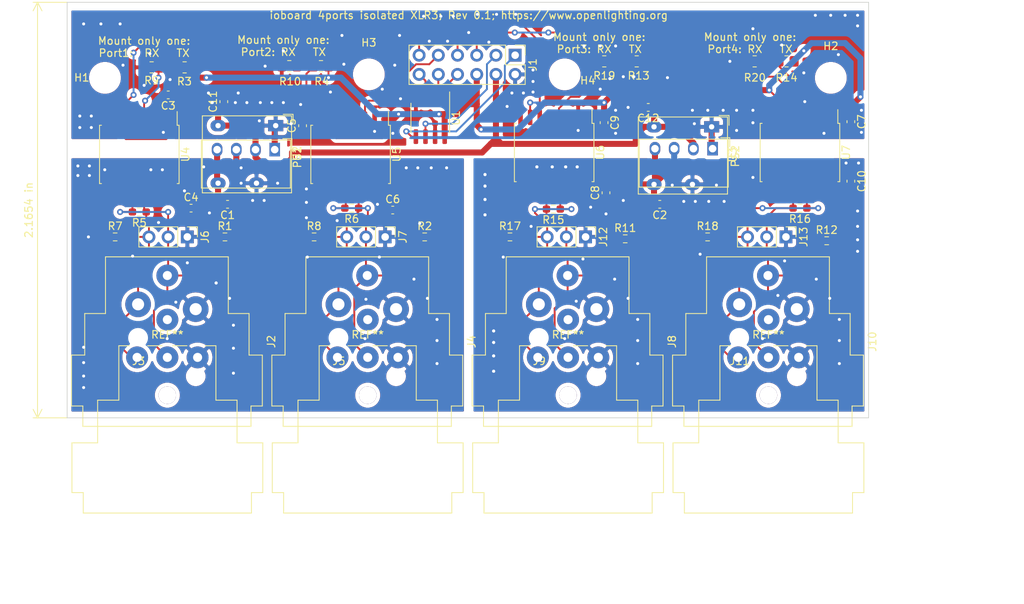
<source format=kicad_pcb>
(kicad_pcb (version 20171130) (host pcbnew 5.1.9)
  (title_block (title "rp2040_dongle ioboard 4slots cheap") (date 2021-03-21) (rev 0.1) (company https://www.openlighting.org))
  (layers (0 F.Cu signal) (31 B.Cu signal) (34 B.Paste user) (35 F.Paste user) (36 B.SilkS user) (37 F.SilkS user) (38 B.Mask user) (39 F.Mask user) (44 Edge.Cuts user))
  (net 0 "")
  (net 1 /ID2)
  (net 2 /GP0)
  (net 3 /ID1)
  (net 4 /GP1)
  (net 5 /ID0)
  (net 6 +3V3)
  (net 7 +5V)
  (net 8 /SCL)
  (net 9 GND)
  (net 10 /SDA)
  (net 11 "Net-(J2-Pad3)")
  (net 12 /GND_1+2)
  (net 13 /VBUS_1+2)
  (net 14 "Net-(J10-Pad2)")
  (net 15 "Net-(J10-Pad3)")
  (net 16 "Net-(J2-Pad2)")
  (net 17 /GP2)
  (net 18 /GP3)
  (net 19 "Net-(J4-Pad3)")
  (net 20 "Net-(J4-Pad2)")
  (net 21 "Net-(J12-Pad2)")
  (net 22 "Net-(J12-Pad3)")
  (net 23 "Net-(R3-Pad1)")
  (net 24 "Net-(R10-Pad2)")
  (net 25 "Net-(R13-Pad1)")
  (net 26 "Net-(R14-Pad1)")
  (net 27 /VBUS_3+4)
  (net 28 /GND_3+4)
  (module Resistor_SMD:R_0805_2012Metric_Pad1.20x1.40mm_HandSolder (layer F.Cu) (at 115.9275 27.813)
    (fp_text reference R20 (at 0.0235 2.159) (layer F.SilkS))
    (fp_text value 0R-DO_NOT_MOUNT)
    (pad 2 smd roundrect (at 1 0) (size 1.2 1.4) (layers F.Cu F.Paste F.Mask) (roundrect_rratio 0.2083325) (net 26 "Net-(R14-Pad1)"))
    (pad 1 smd roundrect (at -1 0) (size 1.2 1.4) (layers F.Cu F.Paste F.Mask) (roundrect_rratio 0.2083325) (net 9 GND))
  )
  (module Resistor_SMD:R_0805_2012Metric_Pad1.20x1.40mm_HandSolder (layer F.Cu) (at 96.0355 27.813)
    (fp_text reference R19 (at 0 1.905) (layer F.SilkS))
    (fp_text value 0R-DO_NOT_MOUNT)
    (pad 2 smd roundrect (at 1 0) (size 1.2 1.4) (layers F.Cu F.Paste F.Mask) (roundrect_rratio 0.2083325) (net 25 "Net-(R13-Pad1)"))
    (pad 1 smd roundrect (at -1 0) (size 1.2 1.4) (layers F.Cu F.Paste F.Mask) (roundrect_rratio 0.2083325) (net 9 GND))
  )
  (module Resistor_SMD:R_0805_2012Metric_Pad1.20x1.40mm_HandSolder (layer F.Cu) (at 120.142 27.813)
    (fp_text reference R14 (at 0 2.159) (layer F.SilkS))
    (fp_text value 0R)
    (pad 2 smd roundrect (at 1 0) (size 1.2 1.4) (layers F.Cu F.Paste F.Mask) (roundrect_rratio 0.2083325) (net 6 +3V3))
    (pad 1 smd roundrect (at -1 0) (size 1.2 1.4) (layers F.Cu F.Paste F.Mask) (roundrect_rratio 0.2083325) (net 26 "Net-(R14-Pad1)"))
  )
  (module Resistor_SMD:R_0805_2012Metric_Pad1.20x1.40mm_HandSolder (layer F.Cu) (at 100.33 27.813)
    (fp_text reference R13 (at 0.254 1.905) (layer F.SilkS))
    (fp_text value 0R)
    (pad 2 smd roundrect (at 1 0) (size 1.2 1.4) (layers F.Cu F.Paste F.Mask) (roundrect_rratio 0.2083325) (net 6 +3V3))
    (pad 1 smd roundrect (at -1 0) (size 1.2 1.4) (layers F.Cu F.Paste F.Mask) (roundrect_rratio 0.2083325) (net 25 "Net-(R13-Pad1)"))
  )
  (module Resistor_SMD:R_0805_2012Metric_Pad1.20x1.40mm_HandSolder (layer F.Cu) (at 54.3795 28.448)
    (fp_text reference R10 (at 0.1035 2.032) (layer F.SilkS))
    (fp_text value 0R-DO_NOT_MOUNT)
    (pad 2 smd roundrect (at 1 0) (size 1.2 1.4) (layers F.Cu F.Paste F.Mask) (roundrect_rratio 0.2083325) (net 24 "Net-(R10-Pad2)"))
    (pad 1 smd roundrect (at -1 0) (size 1.2 1.4) (layers F.Cu F.Paste F.Mask) (roundrect_rratio 0.2083325) (net 9 GND))
  )
  (module Resistor_SMD:R_0805_2012Metric_Pad1.20x1.40mm_HandSolder (layer F.Cu) (at 36.1715 28.608)
    (fp_text reference R9 (at 0 1.745) (layer F.SilkS))
    (fp_text value 0R-DO_NOT_MOUNT)
    (pad 2 smd roundrect (at 1 0) (size 1.2 1.4) (layers F.Cu F.Paste F.Mask) (roundrect_rratio 0.2083325) (net 23 "Net-(R3-Pad1)"))
    (pad 1 smd roundrect (at -1 0) (size 1.2 1.4) (layers F.Cu F.Paste F.Mask) (roundrect_rratio 0.2083325) (net 9 GND))
  )
  (module Resistor_SMD:R_0805_2012Metric_Pad1.20x1.40mm_HandSolder (layer F.Cu) (at 58.5705 28.448)
    (fp_text reference R4 (at 0.1035 2.032) (layer F.SilkS))
    (fp_text value 0R)
    (pad 2 smd roundrect (at 1 0) (size 1.2 1.4) (layers F.Cu F.Paste F.Mask) (roundrect_rratio 0.2083325) (net 6 +3V3))
    (pad 1 smd roundrect (at -1 0) (size 1.2 1.4) (layers F.Cu F.Paste F.Mask) (roundrect_rratio 0.2083325) (net 24 "Net-(R10-Pad2)"))
  )
  (module Resistor_SMD:R_0805_2012Metric_Pad1.20x1.40mm_HandSolder (layer F.Cu) (at 40.5365 28.608)
    (fp_text reference R3 (at -0.0235 1.872) (layer F.SilkS))
    (fp_text value 0R)
    (pad 2 smd roundrect (at 1 0) (size 1.2 1.4) (layers F.Cu F.Paste F.Mask) (roundrect_rratio 0.2083325) (net 6 +3V3))
    (pad 1 smd roundrect (at -1 0) (size 1.2 1.4) (layers F.Cu F.Paste F.Mask) (roundrect_rratio 0.2083325) (net 23 "Net-(R3-Pad1)"))
  )
  (module Converter_DCDC:Converter_DCDC_muRata_CRE1xxxxxx3C_THT (layer F.Cu) (at 110.363 39.37 270)
    (fp_text reference PS2 (at 1 -3 90) (layer F.SilkS))
    (fp_text value MEE1S0503SC)
    (pad 1 thru_hole rect (at 0 0 180) (size 1.4 1.8) (drill 1) (layers *.Cu *.Mask) (net 9 GND))
    (pad 2 thru_hole oval (at 0 2.54 180) (size 1.4 1.8) (drill 1) (layers *.Cu *.Mask) (net 7 +5V))
    (pad 3 thru_hole oval (at 0 5.08 180) (size 1.4 1.8) (drill 1) (layers *.Cu *.Mask) (net 28 /GND_3+4))
    (pad 4 thru_hole oval (at 0 7.62 180) (size 1.4 1.8) (drill 1) (layers *.Cu *.Mask) (net 27 /VBUS_3+4))
  )
  (module Converter_DCDC:Converter_DCDC_muRata_CRE1xxxxxx3C_THT (layer F.Cu) (at 52.451 39.497 270)
    (fp_text reference PS1 (at 1 -3 90) (layer F.SilkS))
    (fp_text value MEE1S0503SC)
    (pad 1 thru_hole rect (at 0 0 180) (size 1.4 1.8) (drill 1) (layers *.Cu *.Mask) (net 9 GND))
    (pad 2 thru_hole oval (at 0 2.54 180) (size 1.4 1.8) (drill 1) (layers *.Cu *.Mask) (net 7 +5V))
    (pad 3 thru_hole oval (at 0 5.08 180) (size 1.4 1.8) (drill 1) (layers *.Cu *.Mask) (net 12 /GND_1+2))
    (pad 4 thru_hole oval (at 0 7.62 180) (size 1.4 1.8) (drill 1) (layers *.Cu *.Mask) (net 13 /VBUS_1+2))
  )
  (module Capacitor_SMD:C_0603_1608Metric (layer F.Cu) (at 101.854 33.909 180)
    (fp_text reference C12 (at 0 -1.43) (layer F.SilkS))
    (fp_text value 100nF)
    (pad 2 smd roundrect (at 0.775 0 180) (size 0.9 0.95) (layers F.Cu F.Paste F.Mask) (net 9 GND))
    (pad 1 smd roundrect (at -0.775 0 180) (size 0.9 0.95) (layers F.Cu F.Paste F.Mask) (net 7 +5V))
  )
  (module Capacitor_SMD:C_0603_1608Metric (layer F.Cu) (at 45.72 33.147 90)
    (fp_text reference C11 (at 0 -1.43 90) (layer F.SilkS))
    (fp_text value 100nF)
    (pad 2 smd roundrect (at 0.775 0 90) (size 0.9 0.95) (layers F.Cu F.Paste F.Mask) (net 9 GND))
    (pad 1 smd roundrect (at -0.775 0 90) (size 0.9 0.95) (layers F.Cu F.Paste F.Mask) (net 7 +5V))
  )
  (module NC3FD-H:Jack_XLR_Neutrik_NC3FD-H_Horizontal (layer F.Cu) (at 117.75 67)
    (fp_text reference J11 (at -3.81 0.5) (layer F.SilkS))
    (fp_text value XLR3)
    (fp_text user REF** (at 0 -3) (layer F.SilkS))
    (pad 3 thru_hole circle (at 0 0) (size 2.9 2.9) (drill 1.2) (layers *.Cu *.Mask) (net 15 "Net-(J10-Pad3)"))
    (pad "" thru_hole circle (at 0 5) (size 2.3 2.3) (drill 2.3) (layers *.Cu *.Mask))
    (pad G thru_hole circle (at 0 -5) (size 2.9 2.9) (drill 1.2) (layers *.Cu *.Mask))
    (pad 1 thru_hole circle (at 4 0) (size 2.9 2.9) (drill 1.2) (layers *.Cu *.Mask) (net 28 /GND_3+4))
    (pad 2 thru_hole circle (at -4 0) (size 2.9 2.9) (drill 1.2) (layers *.Cu *.Mask) (net 14 "Net-(J10-Pad2)"))
  )
  (module NC3FD-H:Jack_XLR_Neutrik_NC3FD-H_Horizontal (layer F.Cu) (at 91.25 67)
    (fp_text reference J9 (at -3.81 0.5) (layer F.SilkS))
    (fp_text value XLR3)
    (fp_text user REF** (at 0 -3) (layer F.SilkS))
    (pad 3 thru_hole circle (at 0 0) (size 2.9 2.9) (drill 1.2) (layers *.Cu *.Mask) (net 21 "Net-(J12-Pad2)"))
    (pad "" thru_hole circle (at 0 5) (size 2.3 2.3) (drill 2.3) (layers *.Cu *.Mask))
    (pad G thru_hole circle (at 0 -5) (size 2.9 2.9) (drill 1.2) (layers *.Cu *.Mask))
    (pad 1 thru_hole circle (at 4 0) (size 2.9 2.9) (drill 1.2) (layers *.Cu *.Mask) (net 28 /GND_3+4))
    (pad 2 thru_hole circle (at -4 0) (size 2.9 2.9) (drill 1.2) (layers *.Cu *.Mask) (net 22 "Net-(J12-Pad3)"))
  )
  (module Converter_DCDC:Converter_DCDC_muRata_CRE1xxxxxxDC_THT (layer F.Cu) (at 110.236 36.481 270)
    (fp_text reference U3 (at 3.7 -2.8 90) (layer F.SilkS))
    (fp_text value CRE1S0505DC)
    (pad 1 thru_hole rect (at 0 0 270) (size 1.5 2) (drill 0.7) (layers *.Cu *.Mask) (net 9 GND))
    (pad 7 thru_hole oval (at 7.62 2.54 270) (size 1.5 2) (drill 0.7) (layers *.Cu *.Mask) (net 28 /GND_3+4))
    (pad 5 thru_hole oval (at 7.62 7.62 270) (size 1.5 2) (drill 0.7) (layers *.Cu *.Mask) (net 27 /VBUS_3+4))
    (pad 4 thru_hole oval (at 0 7.62 270) (size 1.5 2) (drill 0.7) (layers *.Cu *.Mask) (net 7 +5V))
  )
  (module Capacitor_SMD:C_0603_1608Metric (layer F.Cu) (at 103.378 46.736 180)
    (fp_text reference C2 (at 0 -1.43) (layer F.SilkS))
    (fp_text value 100nF)
    (pad 2 smd roundrect (at 0.775 0 180) (size 0.9 0.95) (layers F.Cu F.Paste F.Mask) (net 27 /VBUS_3+4))
    (pad 1 smd roundrect (at -0.775 0 180) (size 0.9 0.95) (layers F.Cu F.Paste F.Mask) (net 28 /GND_3+4))
  )
  (module Package_SO:SOIC-16W_7.5x10.3mm_P1.27mm (layer F.Cu) (at 121.92 39.878 270)
    (fp_text reference U7 (at 0 -6.1 90) (layer F.SilkS))
    (fp_text value ADM2483xRW)
    (pad 16 smd roundrect (at 4.65 -4.445 270) (size 2.05 0.6) (layers F.Cu F.Paste F.Mask) (net 27 /VBUS_3+4))
    (pad 15 smd roundrect (at 4.65 -3.175 270) (size 2.05 0.6) (layers F.Cu F.Paste F.Mask) (net 28 /GND_3+4))
    (pad 14 smd roundrect (at 4.65 -1.905 270) (size 2.05 0.6) (layers F.Cu F.Paste F.Mask))
    (pad 13 smd roundrect (at 4.65 -0.635 270) (size 2.05 0.6) (layers F.Cu F.Paste F.Mask) (net 14 "Net-(J10-Pad2)"))
    (pad 12 smd roundrect (at 4.65 0.635 270) (size 2.05 0.6) (layers F.Cu F.Paste F.Mask) (net 15 "Net-(J10-Pad3)"))
    (pad 11 smd roundrect (at 4.65 1.905 270) (size 2.05 0.6) (layers F.Cu F.Paste F.Mask))
    (pad 10 smd roundrect (at 4.65 3.175 270) (size 2.05 0.6) (layers F.Cu F.Paste F.Mask))
    (pad 9 smd roundrect (at 4.65 4.445 270) (size 2.05 0.6) (layers F.Cu F.Paste F.Mask) (net 28 /GND_3+4))
    (pad 8 smd roundrect (at -4.65 4.445 270) (size 2.05 0.6) (layers F.Cu F.Paste F.Mask) (net 9 GND))
    (pad 7 smd roundrect (at -4.65 3.175 270) (size 2.05 0.6) (layers F.Cu F.Paste F.Mask) (net 6 +3V3))
    (pad 6 smd roundrect (at -4.65 1.905 270) (size 2.05 0.6) (layers F.Cu F.Paste F.Mask) (net 18 /GP3))
    (pad 5 smd roundrect (at -4.65 0.635 270) (size 2.05 0.6) (layers F.Cu F.Paste F.Mask) (net 26 "Net-(R14-Pad1)"))
    (pad 4 smd roundrect (at -4.65 -0.635 270) (size 2.05 0.6) (layers F.Cu F.Paste F.Mask) (net 26 "Net-(R14-Pad1)"))
    (pad 3 smd roundrect (at -4.65 -1.905 270) (size 2.05 0.6) (layers F.Cu F.Paste F.Mask) (net 18 /GP3))
    (pad 2 smd roundrect (at -4.65 -3.175 270) (size 2.05 0.6) (layers F.Cu F.Paste F.Mask) (net 9 GND))
    (pad 1 smd roundrect (at -4.65 -4.445 270) (size 2.05 0.6) (layers F.Cu F.Paste F.Mask) (net 6 +3V3))
  )
  (module Package_SO:SOIC-16W_7.5x10.3mm_P1.27mm (layer F.Cu) (at 89.408 39.878 270)
    (fp_text reference U6 (at 0 -6.1 90) (layer F.SilkS))
    (fp_text value ADM2483xRW)
    (pad 16 smd roundrect (at 4.65 -4.445 270) (size 2.05 0.6) (layers F.Cu F.Paste F.Mask) (net 27 /VBUS_3+4))
    (pad 15 smd roundrect (at 4.65 -3.175 270) (size 2.05 0.6) (layers F.Cu F.Paste F.Mask) (net 28 /GND_3+4))
    (pad 14 smd roundrect (at 4.65 -1.905 270) (size 2.05 0.6) (layers F.Cu F.Paste F.Mask))
    (pad 13 smd roundrect (at 4.65 -0.635 270) (size 2.05 0.6) (layers F.Cu F.Paste F.Mask) (net 22 "Net-(J12-Pad3)"))
    (pad 12 smd roundrect (at 4.65 0.635 270) (size 2.05 0.6) (layers F.Cu F.Paste F.Mask) (net 21 "Net-(J12-Pad2)"))
    (pad 11 smd roundrect (at 4.65 1.905 270) (size 2.05 0.6) (layers F.Cu F.Paste F.Mask))
    (pad 10 smd roundrect (at 4.65 3.175 270) (size 2.05 0.6) (layers F.Cu F.Paste F.Mask))
    (pad 9 smd roundrect (at 4.65 4.445 270) (size 2.05 0.6) (layers F.Cu F.Paste F.Mask) (net 28 /GND_3+4))
    (pad 8 smd roundrect (at -4.65 4.445 270) (size 2.05 0.6) (layers F.Cu F.Paste F.Mask) (net 9 GND))
    (pad 7 smd roundrect (at -4.65 3.175 270) (size 2.05 0.6) (layers F.Cu F.Paste F.Mask) (net 6 +3V3))
    (pad 6 smd roundrect (at -4.65 1.905 270) (size 2.05 0.6) (layers F.Cu F.Paste F.Mask) (net 17 /GP2))
    (pad 5 smd roundrect (at -4.65 0.635 270) (size 2.05 0.6) (layers F.Cu F.Paste F.Mask) (net 25 "Net-(R13-Pad1)"))
    (pad 4 smd roundrect (at -4.65 -0.635 270) (size 2.05 0.6) (layers F.Cu F.Paste F.Mask) (net 25 "Net-(R13-Pad1)"))
    (pad 3 smd roundrect (at -4.65 -1.905 270) (size 2.05 0.6) (layers F.Cu F.Paste F.Mask) (net 17 /GP2))
    (pad 2 smd roundrect (at -4.65 -3.175 270) (size 2.05 0.6) (layers F.Cu F.Paste F.Mask) (net 9 GND))
    (pad 1 smd roundrect (at -4.65 -4.445 270) (size 2.05 0.6) (layers F.Cu F.Paste F.Mask) (net 6 +3V3))
  )
  (module Resistor_SMD:R_0603_1608Metric_Pad0.98x0.95mm_HandSolder (layer F.Cu) (at 109.7045 51.054)
    (fp_text reference R18 (at 0 -1.43) (layer F.SilkS))
    (fp_text value 680R)
    (pad 2 smd roundrect (at 0.9125 0) (size 0.975 0.95) (layers F.Cu F.Paste F.Mask) (net 14 "Net-(J10-Pad2)"))
    (pad 1 smd roundrect (at -0.9125 0) (size 0.975 0.95) (layers F.Cu F.Paste F.Mask) (net 28 /GND_3+4))
  )
  (module Resistor_SMD:R_0603_1608Metric_Pad0.98x0.95mm_HandSolder (layer F.Cu) (at 83.566 51.054)
    (fp_text reference R17 (at 0 -1.43) (layer F.SilkS))
    (fp_text value 680R)
    (pad 2 smd roundrect (at 0.9125 0) (size 0.975 0.95) (layers F.Cu F.Paste F.Mask) (net 22 "Net-(J12-Pad3)"))
    (pad 1 smd roundrect (at -0.9125 0) (size 0.975 0.95) (layers F.Cu F.Paste F.Mask) (net 28 /GND_3+4))
  )
  (module Resistor_SMD:R_0603_1608Metric_Pad0.98x0.95mm_HandSolder (layer F.Cu) (at 121.92 47.244 180)
    (fp_text reference R16 (at 0 -1.43) (layer F.SilkS))
    (fp_text value 120R)
    (pad 2 smd roundrect (at 0.9125 0 180) (size 0.975 0.95) (layers F.Cu F.Paste F.Mask) (net 15 "Net-(J10-Pad3)"))
    (pad 1 smd roundrect (at -0.9125 0 180) (size 0.975 0.95) (layers F.Cu F.Paste F.Mask) (net 14 "Net-(J10-Pad2)"))
  )
  (module Resistor_SMD:R_0603_1608Metric_Pad0.98x0.95mm_HandSolder (layer F.Cu) (at 89.3045 47.371 180)
    (fp_text reference R15 (at 0 -1.43) (layer F.SilkS))
    (fp_text value 120R)
    (pad 2 smd roundrect (at 0.9125 0 180) (size 0.975 0.95) (layers F.Cu F.Paste F.Mask) (net 21 "Net-(J12-Pad2)"))
    (pad 1 smd roundrect (at -0.9125 0 180) (size 0.975 0.95) (layers F.Cu F.Paste F.Mask) (net 22 "Net-(J12-Pad3)"))
  )
  (module Resistor_SMD:R_0603_1608Metric_Pad0.98x0.95mm_HandSolder (layer F.Cu) (at 125.4525 51.562)
    (fp_text reference R12 (at 0 -1.43) (layer F.SilkS))
    (fp_text value 680R)
    (pad 2 smd roundrect (at 0.9125 0) (size 0.975 0.95) (layers F.Cu F.Paste F.Mask) (net 27 /VBUS_3+4))
    (pad 1 smd roundrect (at -0.9125 0) (size 0.975 0.95) (layers F.Cu F.Paste F.Mask) (net 15 "Net-(J10-Pad3)"))
  )
  (module Resistor_SMD:R_0603_1608Metric_Pad0.98x0.95mm_HandSolder (layer F.Cu) (at 98.806 51.308)
    (fp_text reference R11 (at 0 -1.43) (layer F.SilkS))
    (fp_text value 680R)
    (pad 2 smd roundrect (at 0.9125 0) (size 0.975 0.95) (layers F.Cu F.Paste F.Mask) (net 27 /VBUS_3+4))
    (pad 1 smd roundrect (at -0.9125 0) (size 0.975 0.95) (layers F.Cu F.Paste F.Mask) (net 21 "Net-(J12-Pad2)"))
  )
  (module Connector_PinHeader_2.54mm:PinHeader_1x03_P2.54mm_Vertical (layer F.Cu) (at 120.065 51.054 270)
    (fp_text reference J13 (at 0 -2.33 90) (layer F.SilkS))
    (fp_text value Conn_01x03)
    (pad 3 thru_hole oval (at 0 5.08 270) (size 1.7 1.7) (drill 1) (layers *.Cu *.Mask) (net 14 "Net-(J10-Pad2)"))
    (pad 2 thru_hole oval (at 0 2.54 270) (size 1.7 1.7) (drill 1) (layers *.Cu *.Mask) (net 15 "Net-(J10-Pad3)"))
    (pad 1 thru_hole rect (at 0 0 270) (size 1.7 1.7) (drill 1) (layers *.Cu *.Mask) (net 28 /GND_3+4))
  )
  (module Connector_PinHeader_2.54mm:PinHeader_1x03_P2.54mm_Vertical (layer F.Cu) (at 93.565 51.054 270)
    (fp_text reference J12 (at 0 -2.33 90) (layer F.SilkS))
    (fp_text value Conn_01x03)
    (pad 3 thru_hole oval (at 0 5.08 270) (size 1.7 1.7) (drill 1) (layers *.Cu *.Mask) (net 22 "Net-(J12-Pad3)"))
    (pad 2 thru_hole oval (at 0 2.54 270) (size 1.7 1.7) (drill 1) (layers *.Cu *.Mask) (net 21 "Net-(J12-Pad2)"))
    (pad 1 thru_hole rect (at 0 0 270) (size 1.7 1.7) (drill 1) (layers *.Cu *.Mask) (net 28 /GND_3+4))
  )
  (module Connector_Audio:Jack_XLR_Neutrik_NC3FAAH_Horizontal (layer F.Cu) (at 121.5 60.612 270)
    (fp_text reference J10 (at 4.3 -10 90) (layer F.SilkS))
    (fp_text value XLR3)
    (pad "" np_thru_hole circle (at 3.81 7.62 270) (size 1.6 1.6) (drill 1.6) (layers *.Cu *.Mask))
    (pad "" np_thru_hole circle (at 8.89 0 270) (size 1.6 1.6) (drill 1.6) (layers *.Cu *.Mask))
    (pad 3 thru_hole circle (at -4.45 3.81 270) (size 2.9 2.9) (drill 1.2) (layers *.Cu *.Mask) (net 15 "Net-(J10-Pad3)"))
    (pad 2 thru_hole circle (at -0.635 7.62 270) (size 3.4 3.4) (drill 1.6) (layers *.Cu *.Mask) (net 14 "Net-(J10-Pad2)"))
    (pad 1 thru_hole circle (at 0 0 270) (size 3.4 3.4) (drill 1.6) (layers *.Cu *.Mask) (net 28 /GND_3+4))
  )
  (module Connector_Audio:Jack_XLR_Neutrik_NC3FAAH_Horizontal (layer F.Cu) (at 95 60.612 270)
    (fp_text reference J8 (at 4.3 -10 90) (layer F.SilkS))
    (fp_text value XLR3)
    (pad "" np_thru_hole circle (at 3.81 7.62 270) (size 1.6 1.6) (drill 1.6) (layers *.Cu *.Mask))
    (pad "" np_thru_hole circle (at 8.89 0 270) (size 1.6 1.6) (drill 1.6) (layers *.Cu *.Mask))
    (pad 3 thru_hole circle (at -4.45 3.81 270) (size 2.9 2.9) (drill 1.2) (layers *.Cu *.Mask) (net 21 "Net-(J12-Pad2)"))
    (pad 2 thru_hole circle (at -0.635 7.62 270) (size 3.4 3.4) (drill 1.6) (layers *.Cu *.Mask) (net 22 "Net-(J12-Pad3)"))
    (pad 1 thru_hole circle (at 0 0 270) (size 3.4 3.4) (drill 1.6) (layers *.Cu *.Mask) (net 28 /GND_3+4))
  )
  (module Capacitor_SMD:C_0603_1608Metric (layer F.Cu) (at 128.651 43.675 270)
    (fp_text reference C10 (at 0 -1.43 90) (layer F.SilkS))
    (fp_text value 100nF)
    (pad 2 smd roundrect (at 0.775 0 270) (size 0.9 0.95) (layers F.Cu F.Paste F.Mask) (net 27 /VBUS_3+4))
    (pad 1 smd roundrect (at -0.775 0 270) (size 0.9 0.95) (layers F.Cu F.Paste F.Mask) (net 28 /GND_3+4))
  )
  (module Capacitor_SMD:C_0603_1608Metric (layer F.Cu) (at 96.012 35.928 270)
    (fp_text reference C9 (at 0 -1.43 90) (layer F.SilkS))
    (fp_text value 100nF)
    (pad 2 smd roundrect (at 0.775 0 270) (size 0.9 0.95) (layers F.Cu F.Paste F.Mask) (net 9 GND))
    (pad 1 smd roundrect (at -0.775 0 270) (size 0.9 0.95) (layers F.Cu F.Paste F.Mask) (net 6 +3V3))
  )
  (module Capacitor_SMD:C_0603_1608Metric (layer F.Cu) (at 96.266 45.212 90)
    (fp_text reference C8 (at 0 -1.43 90) (layer F.SilkS))
    (fp_text value 100nF)
    (pad 2 smd roundrect (at 0.775 0 90) (size 0.9 0.95) (layers F.Cu F.Paste F.Mask) (net 27 /VBUS_3+4))
    (pad 1 smd roundrect (at -0.775 0 90) (size 0.9 0.95) (layers F.Cu F.Paste F.Mask) (net 28 /GND_3+4))
  )
  (module Capacitor_SMD:C_0603_1608Metric (layer F.Cu) (at 128.651 35.801 270)
    (fp_text reference C7 (at 0 -1.43 90) (layer F.SilkS))
    (fp_text value 100nF)
    (pad 2 smd roundrect (at 0.775 0 270) (size 0.9 0.95) (layers F.Cu F.Paste F.Mask) (net 9 GND))
    (pad 1 smd roundrect (at -0.775 0 270) (size 0.9 0.95) (layers F.Cu F.Paste F.Mask) (net 6 +3V3))
  )
  (module NC3FD-H:Jack_XLR_Neutrik_NC3FD-H_Horizontal (layer F.Cu) (at 64.75 67)
    (fp_text reference J5 (at -3.81 0.5) (layer F.SilkS))
    (fp_text value XLR3)
    (fp_text user REF** (at 0 -3) (layer F.SilkS))
    (pad 3 thru_hole circle (at 0 0) (size 2.9 2.9) (drill 1.2) (layers *.Cu *.Mask) (net 19 "Net-(J4-Pad3)"))
    (pad "" thru_hole circle (at 0 5) (size 2.3 2.3) (drill 2.3) (layers *.Cu *.Mask))
    (pad G thru_hole circle (at 0 -5) (size 2.9 2.9) (drill 1.2) (layers *.Cu *.Mask))
    (pad 1 thru_hole circle (at 4 0) (size 2.9 2.9) (drill 1.2) (layers *.Cu *.Mask) (net 12 /GND_1+2))
    (pad 2 thru_hole circle (at -4 0) (size 2.9 2.9) (drill 1.2) (layers *.Cu *.Mask) (net 20 "Net-(J4-Pad2)"))
  )
  (module Package_SO:SOIC-16W_7.5x10.3mm_P1.27mm (layer F.Cu) (at 62.484 40.132 270)
    (fp_text reference U5 (at 0 -6.1 90) (layer F.SilkS))
    (fp_text value ADM2483xRW)
    (pad 16 smd roundrect (at 4.65 -4.445 270) (size 2.05 0.6) (layers F.Cu F.Paste F.Mask) (net 13 /VBUS_1+2))
    (pad 15 smd roundrect (at 4.65 -3.175 270) (size 2.05 0.6) (layers F.Cu F.Paste F.Mask) (net 12 /GND_1+2))
    (pad 14 smd roundrect (at 4.65 -1.905 270) (size 2.05 0.6) (layers F.Cu F.Paste F.Mask))
    (pad 13 smd roundrect (at 4.65 -0.635 270) (size 2.05 0.6) (layers F.Cu F.Paste F.Mask) (net 20 "Net-(J4-Pad2)"))
    (pad 12 smd roundrect (at 4.65 0.635 270) (size 2.05 0.6) (layers F.Cu F.Paste F.Mask) (net 19 "Net-(J4-Pad3)"))
    (pad 11 smd roundrect (at 4.65 1.905 270) (size 2.05 0.6) (layers F.Cu F.Paste F.Mask))
    (pad 10 smd roundrect (at 4.65 3.175 270) (size 2.05 0.6) (layers F.Cu F.Paste F.Mask))
    (pad 9 smd roundrect (at 4.65 4.445 270) (size 2.05 0.6) (layers F.Cu F.Paste F.Mask) (net 12 /GND_1+2))
    (pad 8 smd roundrect (at -4.65 4.445 270) (size 2.05 0.6) (layers F.Cu F.Paste F.Mask) (net 9 GND))
    (pad 7 smd roundrect (at -4.65 3.175 270) (size 2.05 0.6) (layers F.Cu F.Paste F.Mask) (net 6 +3V3))
    (pad 6 smd roundrect (at -4.65 1.905 270) (size 2.05 0.6) (layers F.Cu F.Paste F.Mask) (net 4 /GP1))
    (pad 5 smd roundrect (at -4.65 0.635 270) (size 2.05 0.6) (layers F.Cu F.Paste F.Mask) (net 24 "Net-(R10-Pad2)"))
    (pad 4 smd roundrect (at -4.65 -0.635 270) (size 2.05 0.6) (layers F.Cu F.Paste F.Mask) (net 24 "Net-(R10-Pad2)"))
    (pad 3 smd roundrect (at -4.65 -1.905 270) (size 2.05 0.6) (layers F.Cu F.Paste F.Mask) (net 4 /GP1))
    (pad 2 smd roundrect (at -4.65 -3.175 270) (size 2.05 0.6) (layers F.Cu F.Paste F.Mask) (net 9 GND))
    (pad 1 smd roundrect (at -4.65 -4.445 270) (size 2.05 0.6) (layers F.Cu F.Paste F.Mask) (net 6 +3V3))
  )
  (module Resistor_SMD:R_0603_1608Metric_Pad0.98x0.95mm_HandSolder (layer F.Cu) (at 57.658 51.054)
    (fp_text reference R8 (at 0 -1.43) (layer F.SilkS))
    (fp_text value 680R)
    (pad 2 smd roundrect (at 0.9125 0) (size 0.975 0.95) (layers F.Cu F.Paste F.Mask) (net 20 "Net-(J4-Pad2)"))
    (pad 1 smd roundrect (at -0.9125 0) (size 0.975 0.95) (layers F.Cu F.Paste F.Mask) (net 12 /GND_1+2))
  )
  (module Resistor_SMD:R_0603_1608Metric_Pad0.98x0.95mm_HandSolder (layer F.Cu) (at 72.2865 51.054)
    (fp_text reference R2 (at 0 -1.43) (layer F.SilkS))
    (fp_text value 680R)
    (pad 2 smd roundrect (at 0.9125 0) (size 0.975 0.95) (layers F.Cu F.Paste F.Mask) (net 13 /VBUS_1+2))
    (pad 1 smd roundrect (at -0.9125 0) (size 0.975 0.95) (layers F.Cu F.Paste F.Mask) (net 19 "Net-(J4-Pad3)"))
  )
  (module Resistor_SMD:R_0603_1608Metric_Pad0.98x0.95mm_HandSolder (layer F.Cu) (at 62.6345 47.244 180)
    (fp_text reference R6 (at 0 -1.43) (layer F.SilkS))
    (fp_text value 120R)
    (pad 2 smd roundrect (at 0.9125 0 180) (size 0.975 0.95) (layers F.Cu F.Paste F.Mask) (net 19 "Net-(J4-Pad3)"))
    (pad 1 smd roundrect (at -0.9125 0 180) (size 0.975 0.95) (layers F.Cu F.Paste F.Mask) (net 20 "Net-(J4-Pad2)"))
  )
  (module Connector_Audio:Jack_XLR_Neutrik_NC3FAAH_Horizontal (layer F.Cu) (at 68.5 60.612 270)
    (fp_text reference J4 (at 4.3 -10 90) (layer F.SilkS))
    (fp_text value XLR3)
    (pad "" np_thru_hole circle (at 3.81 7.62 270) (size 1.6 1.6) (drill 1.6) (layers *.Cu *.Mask))
    (pad "" np_thru_hole circle (at 8.89 0 270) (size 1.6 1.6) (drill 1.6) (layers *.Cu *.Mask))
    (pad 3 thru_hole circle (at -4.45 3.81 270) (size 2.9 2.9) (drill 1.2) (layers *.Cu *.Mask) (net 19 "Net-(J4-Pad3)"))
    (pad 2 thru_hole circle (at -0.635 7.62 270) (size 3.4 3.4) (drill 1.6) (layers *.Cu *.Mask) (net 20 "Net-(J4-Pad2)"))
    (pad 1 thru_hole circle (at 0 0 270) (size 3.4 3.4) (drill 1.6) (layers *.Cu *.Mask) (net 12 /GND_1+2))
  )
  (module Connector_PinHeader_2.54mm:PinHeader_1x03_P2.54mm_Vertical (layer F.Cu) (at 67.056 51.054 270)
    (fp_text reference J7 (at 0 -2.33 90) (layer F.SilkS))
    (fp_text value Conn_01x03)
    (pad 3 thru_hole oval (at 0 5.08 270) (size 1.7 1.7) (drill 1) (layers *.Cu *.Mask) (net 20 "Net-(J4-Pad2)"))
    (pad 2 thru_hole oval (at 0 2.54 270) (size 1.7 1.7) (drill 1) (layers *.Cu *.Mask) (net 19 "Net-(J4-Pad3)"))
    (pad 1 thru_hole rect (at 0 0 270) (size 1.7 1.7) (drill 1) (layers *.Cu *.Mask) (net 12 /GND_1+2))
  )
  (module Capacitor_SMD:C_0603_1608Metric (layer F.Cu) (at 68.059 47.498)
    (fp_text reference C6 (at 0 -1.43) (layer F.SilkS))
    (fp_text value 100nF)
    (pad 2 smd roundrect (at 0.775 0) (size 0.9 0.95) (layers F.Cu F.Paste F.Mask) (net 13 /VBUS_1+2))
    (pad 1 smd roundrect (at -0.775 0) (size 0.9 0.95) (layers F.Cu F.Paste F.Mask) (net 12 /GND_1+2))
  )
  (module Capacitor_SMD:C_0603_1608Metric (layer F.Cu) (at 56.134 36.335 90)
    (fp_text reference C5 (at 0 -1.43 90) (layer F.SilkS))
    (fp_text value 100nF)
    (pad 2 smd roundrect (at 0.775 0 90) (size 0.9 0.95) (layers F.Cu F.Paste F.Mask) (net 9 GND))
    (pad 1 smd roundrect (at -0.775 0 90) (size 0.9 0.95) (layers F.Cu F.Paste F.Mask) (net 6 +3V3))
  )
  (module Capacitor_SMD:C_0603_1608Metric (layer F.Cu) (at 41.389 47.244)
    (fp_text reference C4 (at 0 -1.43) (layer F.SilkS))
    (fp_text value 100nF)
    (pad 2 smd roundrect (at 0.775 0) (size 0.9 0.95) (layers F.Cu F.Paste F.Mask) (net 13 /VBUS_1+2))
    (pad 1 smd roundrect (at -0.775 0) (size 0.9 0.95) (layers F.Cu F.Paste F.Mask) (net 12 /GND_1+2))
  )
  (module NC3FD-H:Jack_XLR_Neutrik_NC3FD-H_Horizontal (layer F.Cu) (at 38.25 67)
    (fp_text reference J3 (at -3.81 0.5) (layer F.SilkS))
    (fp_text value XLR3)
    (fp_text user REF** (at 0 -3) (layer F.SilkS))
    (pad 3 thru_hole circle (at 0 0) (size 2.9 2.9) (drill 1.2) (layers *.Cu *.Mask) (net 11 "Net-(J2-Pad3)"))
    (pad "" thru_hole circle (at 0 5) (size 2.3 2.3) (drill 2.3) (layers *.Cu *.Mask))
    (pad G thru_hole circle (at 0 -5) (size 2.9 2.9) (drill 1.2) (layers *.Cu *.Mask))
    (pad 1 thru_hole circle (at 4 0) (size 2.9 2.9) (drill 1.2) (layers *.Cu *.Mask) (net 12 /GND_1+2))
    (pad 2 thru_hole circle (at -4 0) (size 2.9 2.9) (drill 1.2) (layers *.Cu *.Mask) (net 16 "Net-(J2-Pad2)"))
  )
  (module Capacitor_SMD:C_0603_1608Metric (layer F.Cu) (at 46.215 46.736 180)
    (fp_text reference C1 (at 0 -1.43) (layer F.SilkS))
    (fp_text value 100nF)
    (pad 2 smd roundrect (at 0.775 0 180) (size 0.9 0.95) (layers F.Cu F.Paste F.Mask) (net 13 /VBUS_1+2))
    (pad 1 smd roundrect (at -0.775 0 180) (size 0.9 0.95) (layers F.Cu F.Paste F.Mask) (net 12 /GND_1+2))
  )
  (module Capacitor_SMD:C_0603_1608Metric (layer F.Cu) (at 38.367 32.258 180)
    (fp_text reference C3 (at 0 -1.43) (layer F.SilkS))
    (fp_text value 100nF)
    (pad 2 smd roundrect (at 0.775 0 180) (size 0.9 0.95) (layers F.Cu F.Paste F.Mask) (net 9 GND))
    (pad 1 smd roundrect (at -0.775 0 180) (size 0.9 0.95) (layers F.Cu F.Paste F.Mask) (net 6 +3V3))
  )
  (module Resistor_SMD:R_0603_1608Metric_Pad0.98x0.95mm_HandSolder (layer F.Cu) (at 31.3455 51.054)
    (fp_text reference R7 (at 0 -1.43) (layer F.SilkS))
    (fp_text value 680R)
    (pad 2 smd roundrect (at 0.9125 0) (size 0.975 0.95) (layers F.Cu F.Paste F.Mask) (net 16 "Net-(J2-Pad2)"))
    (pad 1 smd roundrect (at -0.9125 0) (size 0.975 0.95) (layers F.Cu F.Paste F.Mask) (net 12 /GND_1+2))
  )
  (module Resistor_SMD:R_0603_1608Metric_Pad0.98x0.95mm_HandSolder (layer F.Cu) (at 45.8705 51.054)
    (fp_text reference R1 (at 0 -1.43) (layer F.SilkS))
    (fp_text value 680R)
    (pad 2 smd roundrect (at 0.9125 0) (size 0.975 0.95) (layers F.Cu F.Paste F.Mask) (net 13 /VBUS_1+2))
    (pad 1 smd roundrect (at -0.9125 0) (size 0.975 0.95) (layers F.Cu F.Paste F.Mask) (net 11 "Net-(J2-Pad3)"))
  )
  (module Converter_DCDC:Converter_DCDC_muRata_CRE1xxxxxxDC_THT (layer F.Cu) (at 52.578 36.322 270)
    (fp_text reference U2 (at 3.7 -2.8 90) (layer F.SilkS))
    (fp_text value CRE1S0505DC)
    (pad 1 thru_hole rect (at 0 0 270) (size 1.5 2) (drill 0.7) (layers *.Cu *.Mask) (net 9 GND))
    (pad 7 thru_hole oval (at 7.62 2.54 270) (size 1.5 2) (drill 0.7) (layers *.Cu *.Mask) (net 12 /GND_1+2))
    (pad 5 thru_hole oval (at 7.62 7.62 270) (size 1.5 2) (drill 0.7) (layers *.Cu *.Mask) (net 13 /VBUS_1+2))
    (pad 4 thru_hole oval (at 0 7.62 270) (size 1.5 2) (drill 0.7) (layers *.Cu *.Mask) (net 7 +5V))
  )
  (module Package_SO:SOIC-16W_7.5x10.3mm_P1.27mm (layer F.Cu) (at 34.544 40.132 270)
    (fp_text reference U4 (at 0 -6.1 90) (layer F.SilkS))
    (fp_text value ADM2483xRW)
    (pad 16 smd roundrect (at 4.65 -4.445 270) (size 2.05 0.6) (layers F.Cu F.Paste F.Mask) (net 13 /VBUS_1+2))
    (pad 15 smd roundrect (at 4.65 -3.175 270) (size 2.05 0.6) (layers F.Cu F.Paste F.Mask) (net 12 /GND_1+2))
    (pad 14 smd roundrect (at 4.65 -1.905 270) (size 2.05 0.6) (layers F.Cu F.Paste F.Mask))
    (pad 13 smd roundrect (at 4.65 -0.635 270) (size 2.05 0.6) (layers F.Cu F.Paste F.Mask) (net 16 "Net-(J2-Pad2)"))
    (pad 12 smd roundrect (at 4.65 0.635 270) (size 2.05 0.6) (layers F.Cu F.Paste F.Mask) (net 11 "Net-(J2-Pad3)"))
    (pad 11 smd roundrect (at 4.65 1.905 270) (size 2.05 0.6) (layers F.Cu F.Paste F.Mask))
    (pad 10 smd roundrect (at 4.65 3.175 270) (size 2.05 0.6) (layers F.Cu F.Paste F.Mask))
    (pad 9 smd roundrect (at 4.65 4.445 270) (size 2.05 0.6) (layers F.Cu F.Paste F.Mask) (net 12 /GND_1+2))
    (pad 8 smd roundrect (at -4.65 4.445 270) (size 2.05 0.6) (layers F.Cu F.Paste F.Mask) (net 9 GND))
    (pad 7 smd roundrect (at -4.65 3.175 270) (size 2.05 0.6) (layers F.Cu F.Paste F.Mask) (net 6 +3V3))
    (pad 6 smd roundrect (at -4.65 1.905 270) (size 2.05 0.6) (layers F.Cu F.Paste F.Mask) (net 2 /GP0))
    (pad 5 smd roundrect (at -4.65 0.635 270) (size 2.05 0.6) (layers F.Cu F.Paste F.Mask) (net 23 "Net-(R3-Pad1)"))
    (pad 4 smd roundrect (at -4.65 -0.635 270) (size 2.05 0.6) (layers F.Cu F.Paste F.Mask) (net 23 "Net-(R3-Pad1)"))
    (pad 3 smd roundrect (at -4.65 -1.905 270) (size 2.05 0.6) (layers F.Cu F.Paste F.Mask) (net 2 /GP0))
    (pad 2 smd roundrect (at -4.65 -3.175 270) (size 2.05 0.6) (layers F.Cu F.Paste F.Mask) (net 9 GND))
    (pad 1 smd roundrect (at -4.65 -4.445 270) (size 2.05 0.6) (layers F.Cu F.Paste F.Mask) (net 6 +3V3))
  )
  (module MountingHole:MountingHole_3.2mm_M3 (layer F.Cu) (at 90.8 29.54)
    (fp_text reference H4 (at 3.053 0.813) (layer F.SilkS))
    (fp_text value MountingHole)
    (pad 1 np_thru_hole circle (at 0 0) (size 3.2 3.2) (drill 3.2) (layers *.Cu *.Mask))
  )
  (module MountingHole:MountingHole_3.2mm_M3 (layer F.Cu) (at 126 30)
    (fp_text reference H2 (at 0 -4.2) (layer F.SilkS))
    (fp_text value MountingHole)
    (pad 1 np_thru_hole circle (at 0 0) (size 3.2 3.2) (drill 3.2) (layers *.Cu *.Mask))
  )
  (module MountingHole:MountingHole_3.2mm_M3 (layer F.Cu) (at 64.9 29.54)
    (fp_text reference H3 (at 0 -4.2) (layer F.SilkS))
    (fp_text value MountingHole)
    (pad 1 np_thru_hole circle (at 0 0) (size 3.2 3.2) (drill 3.2) (layers *.Cu *.Mask))
  )
  (module MountingHole:MountingHole_3.2mm_M3 (layer F.Cu) (at 30 30)
    (fp_text reference H1 (at -3.076 -0.028) (layer F.SilkS))
    (fp_text value MountingHole)
    (pad 1 np_thru_hole circle (at 0 0) (size 3.2 3.2) (drill 3.2) (layers *.Cu *.Mask))
  )
  (module Connector_Audio:Jack_XLR_Neutrik_NC3FAAH_Horizontal (layer F.Cu) (at 42 60.612 270)
    (fp_text reference J2 (at 4.3 -10 90) (layer F.SilkS))
    (fp_text value XLR3)
    (pad "" np_thru_hole circle (at 3.81 7.62 270) (size 1.6 1.6) (drill 1.6) (layers *.Cu *.Mask))
    (pad "" np_thru_hole circle (at 8.89 0 270) (size 1.6 1.6) (drill 1.6) (layers *.Cu *.Mask))
    (pad 3 thru_hole circle (at -4.45 3.75 270) (size 2.9 2.9) (drill 1.2) (layers *.Cu *.Mask) (net 11 "Net-(J2-Pad3)"))
    (pad 2 thru_hole circle (at -0.635 7.62 270) (size 3.4 3.4) (drill 1.6) (layers *.Cu *.Mask) (net 16 "Net-(J2-Pad2)"))
    (pad 1 thru_hole circle (at 0 0 270) (size 3.4 3.4) (drill 1.6) (layers *.Cu *.Mask) (net 12 /GND_1+2))
  )
  (module Connector_PinHeader_2.54mm:PinHeader_1x03_P2.54mm_Vertical (layer F.Cu) (at 40.894 51.054 270)
    (fp_text reference J6 (at 0 -2.33 90) (layer F.SilkS))
    (fp_text value Conn_01x03)
    (pad 3 thru_hole oval (at 0 5.08 270) (size 1.7 1.7) (drill 1) (layers *.Cu *.Mask) (net 16 "Net-(J2-Pad2)"))
    (pad 2 thru_hole oval (at 0 2.54 270) (size 1.7 1.7) (drill 1) (layers *.Cu *.Mask) (net 11 "Net-(J2-Pad3)"))
    (pad 1 thru_hole rect (at 0 0 270) (size 1.7 1.7) (drill 1) (layers *.Cu *.Mask) (net 12 /GND_1+2))
  )
  (module Resistor_SMD:R_0603_1608Metric_Pad0.98x0.95mm_HandSolder (layer F.Cu) (at 34.544 47.752 180)
    (fp_text reference R5 (at 0 -1.43) (layer F.SilkS))
    (fp_text value 120R)
    (pad 2 smd roundrect (at 0.9125 0 180) (size 0.975 0.95) (layers F.Cu F.Paste F.Mask) (net 11 "Net-(J2-Pad3)"))
    (pad 1 smd roundrect (at -0.9125 0 180) (size 0.975 0.95) (layers F.Cu F.Paste F.Mask) (net 16 "Net-(J2-Pad2)"))
  )
  (module Package_SO:SOIC-8_3.9x4.9mm_P1.27mm (layer F.Cu) (at 73.025 35.306 270)
    (fp_text reference U1 (at 0 -3.4 90) (layer F.SilkS))
    (fp_text value M24C02-WMN)
    (pad 8 smd roundrect (at 2.475 -1.905 270) (size 1.95 0.6) (layers F.Cu F.Paste F.Mask) (net 6 +3V3))
    (pad 7 smd roundrect (at 2.475 -0.635 270) (size 1.95 0.6) (layers F.Cu F.Paste F.Mask) (net 9 GND))
    (pad 6 smd roundrect (at 2.475 0.635 270) (size 1.95 0.6) (layers F.Cu F.Paste F.Mask) (net 8 /SCL))
    (pad 5 smd roundrect (at 2.475 1.905 270) (size 1.95 0.6) (layers F.Cu F.Paste F.Mask) (net 10 /SDA))
    (pad 4 smd roundrect (at -2.475 1.905 270) (size 1.95 0.6) (layers F.Cu F.Paste F.Mask) (net 9 GND))
    (pad 3 smd roundrect (at -2.475 0.635 270) (size 1.95 0.6) (layers F.Cu F.Paste F.Mask) (net 1 /ID2))
    (pad 2 smd roundrect (at -2.475 -0.635 270) (size 1.95 0.6) (layers F.Cu F.Paste F.Mask) (net 3 /ID1))
    (pad 1 smd roundrect (at -2.475 -1.905 270) (size 1.95 0.6) (layers F.Cu F.Paste F.Mask) (net 5 /ID0))
  )
  (module Connector_PinHeader_2.54mm:PinHeader_2x06_P2.54mm_Vertical (layer F.Cu) (at 84.25 27 270)
    (fp_text reference J1 (at 1.27 -2.33 90) (layer F.SilkS))
    (fp_text value Conn_02x06_Odd_Even)
    (pad 12 thru_hole oval (at 2.54 12.7 270) (size 1.7 1.7) (drill 1) (layers *.Cu *.Mask) (net 1 /ID2))
    (pad 11 thru_hole oval (at 0 12.7 270) (size 1.7 1.7) (drill 1) (layers *.Cu *.Mask) (net 2 /GP0))
    (pad 10 thru_hole oval (at 2.54 10.16 270) (size 1.7 1.7) (drill 1) (layers *.Cu *.Mask) (net 3 /ID1))
    (pad 9 thru_hole oval (at 0 10.16 270) (size 1.7 1.7) (drill 1) (layers *.Cu *.Mask) (net 4 /GP1))
    (pad 8 thru_hole oval (at 2.54 7.62 270) (size 1.7 1.7) (drill 1) (layers *.Cu *.Mask) (net 5 /ID0))
    (pad 7 thru_hole oval (at 0 7.62 270) (size 1.7 1.7) (drill 1) (layers *.Cu *.Mask) (net 17 /GP2))
    (pad 6 thru_hole oval (at 2.54 5.08 270) (size 1.7 1.7) (drill 1) (layers *.Cu *.Mask) (net 6 +3V3))
    (pad 5 thru_hole oval (at 0 5.08 270) (size 1.7 1.7) (drill 1) (layers *.Cu *.Mask) (net 18 /GP3))
    (pad 4 thru_hole oval (at 2.54 2.54 270) (size 1.7 1.7) (drill 1) (layers *.Cu *.Mask) (net 7 +5V))
    (pad 3 thru_hole oval (at 0 2.54 270) (size 1.7 1.7) (drill 1) (layers *.Cu *.Mask) (net 8 /SCL))
    (pad 2 thru_hole oval (at 2.54 0 270) (size 1.7 1.7) (drill 1) (layers *.Cu *.Mask) (net 9 GND))
    (pad 1 thru_hole rect (at 0 0 270) (size 1.7 1.7) (drill 1) (layers *.Cu *.Mask) (net 10 /SDA))
  )
  (dimension 55 (width 0.12) (layer F.SilkS) (gr_text "55,000 mm" (at 19.812 47.5 270) (layer F.SilkS) (effects (font (size 1 1) (thickness 0.15)))) (feature1 (pts (xy 25 75) (xy 20.495579 75))) (feature2 (pts (xy 25 20) (xy 20.495579 20))) (crossbar (pts (xy 21.082 20) (xy 21.082 75))) (arrow1a (pts (xy 21.082 75) (xy 20.495579 73.873496))) (arrow1b (pts (xy 21.082 75) (xy 21.668421 73.873496))) (arrow2a (pts (xy 21.082 20) (xy 20.495579 21.126504))) (arrow2b (pts (xy 21.082 20) (xy 21.668421 21.126504))))
  (gr_text "Mount only one:\nPort2: RX   TX" (at 53.594 25.781) (layer F.SilkS) (effects (font (size 1 1))))
  (gr_text "ioboard 4ports isolated XLR3; Rev 0.1; https://www.openlighting.org" (at 78.105 21.717) (layer F.SilkS) (effects (font (size 1 1))))
  (gr_text "Mount only one:\nPort4: RX   TX" (at 115.316 25.4) (layer F.SilkS) (effects (font (size 1 1))))
  (gr_text "Mount only one:\nPort3: RX   TX" (at 95.377 25.4) (layer F.SilkS) (effects (font (size 1 1))))
  (gr_text "Mount only one:\nPort1:  RX   TX" (at 35.179 25.908) (layer F.SilkS) (effects (font (size 1 1))))
  (gr_line (start 131 20) (end 131 75) (layer Edge.Cuts) (width 0.1))
  (gr_line (start 25 20) (end 131 20) (layer Edge.Cuts) (width 0.1))
  (gr_line (start 25 75) (end 25 20) (layer Edge.Cuts) (width 0.1))
  (gr_line (start 131 75) (end 25 75) (layer Edge.Cuts) (width 0.1))
  (segment (start 72.39 30.38) (end 71.55 29.54) (width 0.25) (layer F.Cu) (net 1))
  (segment (start 72.39 32.512) (end 72.39 30.38) (width 0.25) (layer F.Cu) (net 1))
  (segment (start 36.449 35.482) (end 36.449 36.703) (width 0.25) (layer F.Cu) (net 2))
  (segment (start 36.449 36.703) (end 36.068 37.084) (width 0.25) (layer F.Cu) (net 2))
  (segment (start 33.216 37.084) (end 32.639 36.507) (width 0.25) (layer F.Cu) (net 2))
  (segment (start 32.639 36.507) (end 32.639 35.482) (width 0.25) (layer F.Cu) (net 2))
  (segment (start 36.068 37.084) (end 33.216 37.084) (width 0.25) (layer F.Cu) (net 2))
  (segment (start 32.639 35.482) (end 32.639 33.401) (width 0.25) (layer F.Cu) (net 2))
  (segment (start 32.639 33.401) (end 33.782 32.258) (width 0.25) (layer F.Cu) (net 2))
  (segment (start 33.782 26.67) (end 33.782 26.67) (width 0.25) (layer F.Cu) (net 2))
  (segment (start 37.592 22.86) (end 70.358 22.86) (width 0.25) (layer F.Cu) (net 2))
  (segment (start 71.55 24.052) (end 71.55 27) (width 0.25) (layer F.Cu) (net 2))
  (segment (start 70.358 22.86) (end 71.55 24.052) (width 0.25) (layer F.Cu) (net 2))
  (segment (start 33.782 26.67) (end 37.592 22.86) (width 0.25) (layer F.Cu) (net 2))
  (via (at 33.782 26.67) (size 0.8) (drill 0.4) (layers F.Cu B.Cu) (net 2))
  (segment (start 33.782 32.258) (end 33.782 32.258) (width 0.25) (layer F.Cu) (net 2))
  (via (at 33.782 32.258) (size 0.8) (drill 0.4) (layers F.Cu B.Cu) (net 2))
  (segment (start 33.782 26.67) (end 33.782 32.258) (width 0.25) (layer B.Cu) (net 2))
  (segment (start 73.66 32.512) (end 73.66 31.496) (width 0.25) (layer F.Cu) (net 3))
  (segment (start 74.09 31.066) (end 74.09 29.54) (width 0.25) (layer F.Cu) (net 3))
  (segment (start 73.66 31.496) (end 74.09 31.066) (width 0.25) (layer F.Cu) (net 3))
  (segment (start 60.579 35.482) (end 60.579 36.703) (width 0.25) (layer F.Cu) (net 4))
  (segment (start 60.579 36.703) (end 60.96 37.084) (width 0.25) (layer F.Cu) (net 4))
  (segment (start 64.389 36.507) (end 64.389 35.482) (width 0.25) (layer F.Cu) (net 4))
  (segment (start 63.812 37.084) (end 64.389 36.507) (width 0.25) (layer F.Cu) (net 4))
  (segment (start 60.96 37.084) (end 63.812 37.084) (width 0.25) (layer F.Cu) (net 4))
  (segment (start 72.896 28.194) (end 74.09 27) (width 0.25) (layer F.Cu) (net 4))
  (segment (start 71.156998 28.194) (end 72.896 28.194) (width 0.25) (layer F.Cu) (net 4))
  (segment (start 69.088 30.988) (end 69.088 30.262998) (width 0.25) (layer F.Cu) (net 4))
  (segment (start 64.897 33.02) (end 67.056 33.02) (width 0.25) (layer F.Cu) (net 4))
  (segment (start 69.088 30.262998) (end 71.156998 28.194) (width 0.25) (layer F.Cu) (net 4))
  (segment (start 67.056 33.02) (end 69.088 30.988) (width 0.25) (layer F.Cu) (net 4))
  (segment (start 64.389 33.528) (end 64.897 33.02) (width 0.25) (layer F.Cu) (net 4))
  (segment (start 64.389 35.482) (end 64.389 33.528) (width 0.25) (layer F.Cu) (net 4))
  (segment (start 74.93 31.24) (end 76.63 29.54) (width 0.25) (layer F.Cu) (net 5))
  (segment (start 74.93 32.512) (end 74.93 31.24) (width 0.25) (layer F.Cu) (net 5))
  (segment (start 79.17 29.54) (end 79.17 32.336) (width 0.8) (layer F.Cu) (net 6))
  (segment (start 76.708 34.798) (end 74.93 34.798) (width 0.8) (layer F.Cu) (net 6))
  (segment (start 41.402 28.655) (end 41.449 28.608) (width 0.8) (layer F.Cu) (net 6))
  (segment (start 74.93 34.798) (end 74.93 37.781) (width 0.8) (layer F.Cu) (net 6))
  (via (at 74.168 34.798) (size 0.8) (drill 0.4) (layers F.Cu B.Cu) (net 6))
  (segment (start 74.93 34.798) (end 74.168 34.798) (width 0.8) (layer F.Cu) (net 6))
  (segment (start 38.989 32.385) (end 38.989 35.482) (width 0.8) (layer F.Cu) (net 6))
  (segment (start 41.402 29.972) (end 38.989 32.385) (width 0.8) (layer F.Cu) (net 6))
  (segment (start 59.309 36.703) (end 59.309 35.482) (width 0.25) (layer F.Cu) (net 6))
  (via (at 68.834 34.798) (size 0.8) (drill 0.4) (layers F.Cu B.Cu) (net 6))
  (segment (start 66.929 35.482) (end 68.15 35.482) (width 0.8) (layer F.Cu) (net 6))
  (segment (start 68.15 35.482) (end 68.834 34.798) (width 0.8) (layer F.Cu) (net 6))
  (segment (start 74.168 34.798) (end 68.834 34.798) (width 0.8) (layer B.Cu) (net 6))
  (segment (start 59.664 37.11) (end 59.69 37.084) (width 0.25) (layer F.Cu) (net 6))
  (segment (start 56.134 37.11) (end 59.664 37.11) (width 0.25) (layer F.Cu) (net 6))
  (segment (start 59.69 37.084) (end 59.309 36.703) (width 0.25) (layer F.Cu) (net 6))
  (via (at 43.434 29.972) (size 0.8) (drill 0.4) (layers F.Cu B.Cu) (net 6))
  (segment (start 43.434 29.972) (end 41.402 29.972) (width 0.8) (layer F.Cu) (net 6))
  (segment (start 93.928 35.153) (end 93.853 35.228) (width 0.8) (layer F.Cu) (net 6))
  (segment (start 96.012 35.153) (end 93.928 35.153) (width 0.8) (layer F.Cu) (net 6))
  (segment (start 126.567 35.026) (end 126.365 35.228) (width 0.8) (layer F.Cu) (net 6))
  (segment (start 128.651 35.026) (end 126.567 35.026) (width 0.8) (layer F.Cu) (net 6))
  (segment (start 93.853 35.228) (end 93.853 36.253) (width 0.25) (layer F.Cu) (net 6))
  (segment (start 66.675 37.973) (end 66.929 37.719) (width 0.25) (layer F.Cu) (net 6))
  (segment (start 60.579 37.973) (end 66.675 37.973) (width 0.25) (layer F.Cu) (net 6))
  (segment (start 66.929 37.719) (end 66.929 35.482) (width 0.25) (layer F.Cu) (net 6))
  (segment (start 59.69 37.084) (end 60.579 37.973) (width 0.25) (layer F.Cu) (net 6))
  (via (at 79.756 36.83) (size 0.8) (drill 0.4) (layers F.Cu B.Cu) (net 6))
  (segment (start 79.17 36.244) (end 79.756 36.83) (width 0.8) (layer F.Cu) (net 6))
  (segment (start 79.756 36.83) (end 84.582 36.83) (width 0.8) (layer B.Cu) (net 6))
  (via (at 96.012 33.274) (size 0.8) (drill 0.4) (layers F.Cu B.Cu) (net 6))
  (segment (start 88.138 33.274) (end 96.012 33.274) (width 0.8) (layer B.Cu) (net 6))
  (segment (start 96.012 33.274) (end 96.012 35.153) (width 0.8) (layer F.Cu) (net 6))
  (segment (start 96.012 33.274) (end 97.536 31.75) (width 0.8) (layer F.Cu) (net 6))
  (via (at 117.856 31.623) (size 0.8) (drill 0.4) (layers F.Cu B.Cu) (net 6))
  (segment (start 97.536 31.75) (end 97.663 31.623) (width 0.8) (layer F.Cu) (net 6))
  (segment (start 117.856 31.623) (end 117.856 30.988) (width 0.8) (layer B.Cu) (net 6))
  (via (at 129.921 32.512) (size 0.8) (drill 0.4) (layers F.Cu B.Cu) (net 6))
  (segment (start 129.921 27.432) (end 129.921 32.512) (width 0.8) (layer B.Cu) (net 6))
  (segment (start 127.889 25.4) (end 129.921 27.432) (width 0.8) (layer B.Cu) (net 6))
  (segment (start 128.651 33.782) (end 128.651 35.026) (width 0.8) (layer F.Cu) (net 6))
  (segment (start 129.921 32.512) (end 128.651 33.782) (width 0.8) (layer F.Cu) (net 6))
  (segment (start 117.856 31.623) (end 118.745 32.512) (width 0.25) (layer F.Cu) (net 6))
  (segment (start 118.745 32.512) (end 118.745 35.228) (width 0.25) (layer F.Cu) (net 6))
  (segment (start 41.449 29.925) (end 41.402 29.972) (width 0.25) (layer F.Cu) (net 6))
  (segment (start 41.449 28.608) (end 41.449 29.925) (width 0.25) (layer F.Cu) (net 6))
  (segment (start 101.2425 31.5195) (end 101.346 31.623) (width 0.25) (layer F.Cu) (net 6))
  (segment (start 31.369 36.703) (end 31.369 35.482) (width 0.25) (layer F.Cu) (net 6))
  (segment (start 32.766 38.1) (end 31.369 36.703) (width 0.25) (layer F.Cu) (net 6))
  (segment (start 38.1 38.1) (end 32.766 38.1) (width 0.25) (layer F.Cu) (net 6))
  (segment (start 38.989 37.211) (end 38.1 38.1) (width 0.25) (layer F.Cu) (net 6))
  (segment (start 38.989 35.482) (end 38.989 37.211) (width 0.25) (layer F.Cu) (net 6))
  (segment (start 124.841 25.4) (end 127.889 25.4) (width 0.8) (layer B.Cu) (net 6))
  (segment (start 123.444 25.4) (end 124.841 25.4) (width 0.8) (layer B.Cu) (net 6))
  (via (at 122.428 26.416) (size 0.8) (drill 0.4) (layers F.Cu B.Cu) (net 6))
  (segment (start 121.0545 27.7895) (end 122.428 26.416) (width 0.25) (layer F.Cu) (net 6))
  (segment (start 121.0545 27.813) (end 121.0545 27.7895) (width 0.25) (layer F.Cu) (net 6))
  (segment (start 122.428 26.416) (end 123.444 25.4) (width 0.8) (layer B.Cu) (net 6))
  (segment (start 117.856 30.988) (end 122.428 26.416) (width 0.8) (layer B.Cu) (net 6))
  (segment (start 79.17 33.479) (end 78.056 33.479) (width 0.8) (layer F.Cu) (net 6))
  (segment (start 78.0415 33.4645) (end 76.708 34.798) (width 0.8) (layer F.Cu) (net 6))
  (segment (start 79.17 32.336) (end 78.0415 33.4645) (width 0.8) (layer F.Cu) (net 6))
  (segment (start 79.17 32.336) (end 79.17 33.479) (width 0.8) (layer F.Cu) (net 6))
  (segment (start 78.056 33.479) (end 78.0415 33.4645) (width 0.8) (layer F.Cu) (net 6))
  (segment (start 79.17 33.479) (end 79.17 36.244) (width 0.8) (layer F.Cu) (net 6))
  (segment (start 66.04 34.798) (end 68.834 34.798) (width 0.8) (layer B.Cu) (net 6))
  (segment (start 61.214 29.972) (end 66.04 34.798) (width 0.8) (layer B.Cu) (net 6))
  (segment (start 43.434 29.972) (end 59.563 29.972) (width 0.8) (layer B.Cu) (net 6))
  (segment (start 59.563 29.972) (end 61.214 29.972) (width 0.8) (layer B.Cu) (net 6))
  (via (at 59.563 29.972) (size 0.8) (drill 0.4) (layers F.Cu B.Cu) (net 6))
  (segment (start 59.563 28.528) (end 59.483 28.448) (width 0.25) (layer F.Cu) (net 6))
  (segment (start 59.563 29.972) (end 59.563 28.528) (width 0.25) (layer F.Cu) (net 6))
  (via (at 86.233 33.274) (size 0.8) (drill 0.4) (layers F.Cu B.Cu) (net 6))
  (segment (start 86.233 33.274) (end 86.233 35.228) (width 0.25) (layer F.Cu) (net 6))
  (segment (start 84.582 36.83) (end 87.4395 33.9725) (width 0.8) (layer B.Cu) (net 6))
  (segment (start 87.249 33.782) (end 87.4395 33.9725) (width 0.25) (layer B.Cu) (net 6))
  (segment (start 87.249 33.274) (end 88.138 33.274) (width 0.25) (layer B.Cu) (net 6))
  (segment (start 87.6935 33.7185) (end 87.249 33.274) (width 0.25) (layer B.Cu) (net 6))
  (segment (start 87.4395 33.9725) (end 87.6935 33.7185) (width 0.8) (layer B.Cu) (net 6))
  (segment (start 87.6935 33.7185) (end 88.138 33.274) (width 0.8) (layer B.Cu) (net 6))
  (segment (start 87.249 33.274) (end 87.249 33.528) (width 0.25) (layer B.Cu) (net 6))
  (segment (start 86.233 33.274) (end 86.995 33.274) (width 0.25) (layer B.Cu) (net 6))
  (segment (start 86.995 33.274) (end 87.249 33.528) (width 0.25) (layer B.Cu) (net 6))
  (segment (start 87.249 33.528) (end 87.249 33.782) (width 0.25) (layer B.Cu) (net 6))
  (segment (start 86.995 33.274) (end 87.249 33.274) (width 0.25) (layer B.Cu) (net 6))
  (segment (start 59.309 36.703) (end 59.309 36.957) (width 0.25) (layer F.Cu) (net 6))
  (segment (start 101.2425 31.0915) (end 101.092 31.242) (width 0.25) (layer F.Cu) (net 6))
  (segment (start 101.2425 31.0915) (end 101.2425 31.5195) (width 0.25) (layer F.Cu) (net 6))
  (segment (start 101.092 31.242) (end 100.711 31.623) (width 0.25) (layer F.Cu) (net 6))
  (segment (start 100.711 31.623) (end 101.346 31.623) (width 0.8) (layer F.Cu) (net 6))
  (segment (start 97.663 31.623) (end 100.711 31.623) (width 0.8) (layer F.Cu) (net 6))
  (segment (start 101.2425 31.0115) (end 101.854 31.623) (width 0.25) (layer F.Cu) (net 6))
  (segment (start 101.2425 30.9645) (end 101.2425 31.0115) (width 0.25) (layer F.Cu) (net 6))
  (segment (start 101.854 31.623) (end 117.856 31.623) (width 0.8) (layer F.Cu) (net 6))
  (segment (start 101.346 31.623) (end 101.854 31.623) (width 0.8) (layer F.Cu) (net 6))
  (segment (start 101.2425 27.813) (end 101.2425 30.9645) (width 0.25) (layer F.Cu) (net 6))
  (segment (start 101.2425 30.9645) (end 101.2425 31.0915) (width 0.25) (layer F.Cu) (net 6))
  (segment (start 81.71 38.051) (end 81.026 38.735) (width 0.8) (layer F.Cu) (net 7))
  (segment (start 81.71 29.54) (end 81.71 38.051) (width 0.8) (layer F.Cu) (net 7))
  (segment (start 79.883 39.878) (end 81.026 38.735) (width 0.8) (layer F.Cu) (net 7))
  (segment (start 81.739 38.051) (end 82.423 38.735) (width 0.8) (layer F.Cu) (net 7))
  (segment (start 81.71 38.051) (end 81.739 38.051) (width 0.8) (layer F.Cu) (net 7))
  (segment (start 81.026 38.735) (end 82.423 38.735) (width 0.8) (layer F.Cu) (net 7))
  (segment (start 45.72 33.922) (end 45.72 34.163) (width 0.8) (layer F.Cu) (net 7))
  (segment (start 44.958 34.925) (end 44.958 36.322) (width 0.8) (layer F.Cu) (net 7))
  (segment (start 45.72 34.163) (end 44.958 34.925) (width 0.8) (layer F.Cu) (net 7))
  (segment (start 102.629 36.468) (end 102.616 36.481) (width 0.8) (layer F.Cu) (net 7))
  (segment (start 102.629 33.909) (end 102.629 36.468) (width 0.8) (layer F.Cu) (net 7))
  (segment (start 54.737 39.878) (end 54.737 40.64) (width 0.8) (layer F.Cu) (net 7))
  (segment (start 54.737 39.878) (end 79.883 39.878) (width 0.8) (layer F.Cu) (net 7))
  (segment (start 54.737 40.64) (end 53.848 41.529) (width 0.8) (layer F.Cu) (net 7))
  (segment (start 53.848 41.529) (end 50.927 41.529) (width 0.8) (layer F.Cu) (net 7))
  (segment (start 49.911 40.513) (end 49.911 39.497) (width 0.8) (layer F.Cu) (net 7))
  (segment (start 50.927 41.529) (end 49.911 40.513) (width 0.8) (layer F.Cu) (net 7))
  (segment (start 48.514 36.322) (end 44.958 36.322) (width 0.8) (layer F.Cu) (net 7))
  (segment (start 49.911 37.719) (end 48.514 36.322) (width 0.8) (layer F.Cu) (net 7))
  (segment (start 49.911 39.497) (end 49.911 37.719) (width 0.8) (layer F.Cu) (net 7))
  (segment (start 100.203 38.735) (end 100.203 37.592) (width 0.8) (layer F.Cu) (net 7))
  (segment (start 82.423 38.735) (end 100.203 38.735) (width 0.8) (layer F.Cu) (net 7))
  (segment (start 101.314 36.481) (end 102.616 36.481) (width 0.8) (layer F.Cu) (net 7))
  (segment (start 100.203 37.592) (end 101.314 36.481) (width 0.8) (layer F.Cu) (net 7))
  (segment (start 107.823 39.37) (end 107.823 38.608) (width 0.8) (layer F.Cu) (net 7))
  (segment (start 105.696 36.481) (end 102.616 36.481) (width 0.8) (layer F.Cu) (net 7))
  (segment (start 107.823 38.608) (end 105.696 36.481) (width 0.8) (layer F.Cu) (net 7))
  (segment (start 72.39 37.462) (end 72.39 36.068) (width 0.25) (layer F.Cu) (net 8))
  (segment (start 75.946 36.068) (end 80.518 31.496) (width 0.25) (layer B.Cu) (net 8))
  (segment (start 80.518 28.192) (end 81.71 27) (width 0.25) (layer B.Cu) (net 8))
  (segment (start 80.518 31.496) (end 80.518 28.192) (width 0.25) (layer B.Cu) (net 8))
  (via (at 72.39 36.068) (size 0.8) (drill 0.4) (layers F.Cu B.Cu) (net 8))
  (segment (start 75.946 36.068) (end 72.39 36.068) (width 0.25) (layer B.Cu) (net 8))
  (via (at 130.048 37.211) (size 0.8) (drill 0.4) (layers F.Cu B.Cu) (net 9))
  (via (at 27.178 22.86) (size 0.8) (drill 0.4) (layers F.Cu B.Cu) (net 9))
  (via (at 29.464 22.86) (size 0.8) (drill 0.4) (layers F.Cu B.Cu) (net 9))
  (via (at 32.004 22.86) (size 0.8) (drill 0.4) (layers F.Cu B.Cu) (net 9))
  (via (at 72.136 21.844) (size 0.8) (drill 0.4) (layers F.Cu B.Cu) (net 9))
  (via (at 74.422 21.844) (size 0.8) (drill 0.4) (layers F.Cu B.Cu) (net 9))
  (via (at 76.073 21.844) (size 0.8) (drill 0.4) (layers F.Cu B.Cu) (net 9))
  (via (at 79.248 21.59) (size 0.8) (drill 0.4) (layers F.Cu B.Cu) (net 9))
  (via (at 81.788 21.59) (size 0.8) (drill 0.4) (layers F.Cu B.Cu) (net 9))
  (via (at 84.328 21.59) (size 0.8) (drill 0.4) (layers F.Cu B.Cu) (net 9))
  (via (at 38.608 30.226) (size 0.8) (drill 0.4) (layers F.Cu B.Cu) (net 9))
  (via (at 26.67 36.576) (size 0.8) (drill 0.4) (layers F.Cu B.Cu) (net 9))
  (via (at 28.194 36.576) (size 0.8) (drill 0.4) (layers F.Cu B.Cu) (net 9))
  (via (at 28.194 35.052) (size 0.8) (drill 0.4) (layers F.Cu B.Cu) (net 9))
  (via (at 26.67 35.052) (size 0.8) (drill 0.4) (layers F.Cu B.Cu) (net 9))
  (via (at 50.546 33.274) (size 0.8) (drill 0.4) (layers F.Cu B.Cu) (net 9))
  (via (at 52.07 33.274) (size 0.8) (drill 0.4) (layers F.Cu B.Cu) (net 9))
  (via (at 47.244 33.274) (size 0.8) (drill 0.4) (layers F.Cu B.Cu) (net 9))
  (via (at 53.594 33.274) (size 0.8) (drill 0.4) (layers F.Cu B.Cu) (net 9))
  (via (at 44.196 33.274) (size 0.8) (drill 0.4) (layers F.Cu B.Cu) (net 9))
  (via (at 48.768 33.274) (size 0.8) (drill 0.4) (layers F.Cu B.Cu) (net 9))
  (via (at 69.088 32.766) (size 0.8) (drill 0.4) (layers F.Cu B.Cu) (net 9))
  (via (at 68.072 37.338) (size 0.8) (drill 0.4) (layers F.Cu B.Cu) (net 9))
  (via (at 55.88 33.528) (size 0.8) (drill 0.4) (layers F.Cu B.Cu) (net 9))
  (via (at 54.61 36.068) (size 0.8) (drill 0.4) (layers F.Cu B.Cu) (net 9))
  (via (at 83.82 32.004) (size 0.8) (drill 0.4) (layers F.Cu B.Cu) (net 9))
  (via (at 85.344 32.004) (size 0.8) (drill 0.4) (layers F.Cu B.Cu) (net 9))
  (via (at 86.614 31.877) (size 0.8) (drill 0.4) (layers F.Cu B.Cu) (net 9))
  (via (at 86.614 30.48) (size 0.8) (drill 0.4) (layers F.Cu B.Cu) (net 9))
  (via (at 86.614 28.956) (size 0.8) (drill 0.4) (layers F.Cu B.Cu) (net 9))
  (via (at 130.048 34.29) (size 0.8) (drill 0.4) (layers F.Cu B.Cu) (net 9))
  (via (at 97.536 37.338) (size 0.8) (drill 0.4) (layers F.Cu B.Cu) (net 9))
  (via (at 97.536 34.29) (size 0.8) (drill 0.4) (layers F.Cu B.Cu) (net 9))
  (via (at 107.696 34.29) (size 0.8) (drill 0.4) (layers F.Cu B.Cu) (net 9))
  (via (at 109.728 34.29) (size 0.8) (drill 0.4) (layers F.Cu B.Cu) (net 9))
  (via (at 111.76 34.29) (size 0.8) (drill 0.4) (layers F.Cu B.Cu) (net 9))
  (via (at 113.538 34.29) (size 0.8) (drill 0.4) (layers F.Cu B.Cu) (net 9))
  (via (at 113.538 36.957) (size 0.8) (drill 0.4) (layers F.Cu B.Cu) (net 9))
  (via (at 65.659 37.084) (size 0.8) (drill 0.4) (layers F.Cu B.Cu) (net 9))
  (segment (start 65.659 35.482) (end 65.659 37.084) (width 0.25) (layer F.Cu) (net 9))
  (via (at 83.185 33.782) (size 0.8) (drill 0.4) (layers F.Cu B.Cu) (net 9))
  (via (at 115.697 34.29) (size 0.8) (drill 0.4) (layers F.Cu B.Cu) (net 9))
  (via (at 115.697 35.941) (size 0.8) (drill 0.4) (layers F.Cu B.Cu) (net 9))
  (via (at 92.583 36.957) (size 0.8) (drill 0.4) (layers F.Cu B.Cu) (net 9))
  (via (at 125.095 37.338) (size 0.8) (drill 0.4) (layers F.Cu B.Cu) (net 9))
  (via (at 37.719 37.211) (size 0.8) (drill 0.4) (layers F.Cu B.Cu) (net 9))
  (segment (start 37.719 35.482) (end 37.719 37.211) (width 0.25) (layer F.Cu) (net 9))
  (segment (start 92.583 35.228) (end 92.583 36.957) (width 0.25) (layer F.Cu) (net 9))
  (via (at 95.504 31.496) (size 0.8) (drill 0.4) (layers F.Cu B.Cu) (net 9))
  (via (at 96.774 30.099) (size 0.8) (drill 0.4) (layers F.Cu B.Cu) (net 9))
  (via (at 98.552 29.845) (size 0.8) (drill 0.4) (layers F.Cu B.Cu) (net 9))
  (via (at 99.949 29.845) (size 0.8) (drill 0.4) (layers F.Cu B.Cu) (net 9))
  (segment (start 125.095 35.228) (end 125.095 36.957) (width 0.25) (layer F.Cu) (net 9))
  (via (at 93.345 25.781) (size 0.8) (drill 0.4) (layers F.Cu B.Cu) (net 9))
  (via (at 95.504 25.781) (size 0.8) (drill 0.4) (layers F.Cu B.Cu) (net 9))
  (via (at 97.536 25.781) (size 0.8) (drill 0.4) (layers F.Cu B.Cu) (net 9))
  (via (at 129.54 23.114) (size 0.8) (drill 0.4) (layers F.Cu B.Cu) (net 9))
  (via (at 129.54 21.717) (size 0.8) (drill 0.4) (layers F.Cu B.Cu) (net 9))
  (via (at 127.889 21.717) (size 0.8) (drill 0.4) (layers F.Cu B.Cu) (net 9))
  (via (at 125.984 21.717) (size 0.8) (drill 0.4) (layers F.Cu B.Cu) (net 9))
  (via (at 123.952 21.717) (size 0.8) (drill 0.4) (layers F.Cu B.Cu) (net 9))
  (via (at 68.961 24.384) (size 0.8) (drill 0.4) (layers F.Cu B.Cu) (net 9))
  (via (at 68.326 28.321) (size 0.8) (drill 0.4) (layers F.Cu B.Cu) (net 9))
  (via (at 61.341 24.384) (size 0.8) (drill 0.4) (layers F.Cu B.Cu) (net 9))
  (via (at 59.817 31.877) (size 0.8) (drill 0.4) (layers F.Cu B.Cu) (net 9))
  (via (at 61.595 28.194) (size 0.8) (drill 0.4) (layers F.Cu B.Cu) (net 9))
  (via (at 51.181 28.448) (size 0.8) (drill 0.4) (layers F.Cu B.Cu) (net 9))
  (via (at 53.594 26.416) (size 0.8) (drill 0.4) (layers F.Cu B.Cu) (net 9))
  (via (at 66.675 31.496) (size 0.8) (drill 0.4) (layers F.Cu B.Cu) (net 9))
  (via (at 35.941 26.797) (size 0.8) (drill 0.4) (layers F.Cu B.Cu) (net 9))
  (via (at 104.394 29.972) (size 0.8) (drill 0.4) (layers F.Cu B.Cu) (net 9))
  (via (at 122.428 29.337) (size 0.8) (drill 0.4) (layers F.Cu B.Cu) (net 9))
  (via (at 122.555 33.147) (size 0.8) (drill 0.4) (layers F.Cu B.Cu) (net 9))
  (via (at 127 26.924) (size 0.8) (drill 0.4) (layers F.Cu B.Cu) (net 9))
  (via (at 119.507 25.654) (size 0.8) (drill 0.4) (layers F.Cu B.Cu) (net 9))
  (via (at 72.898 25.146) (size 0.8) (drill 0.4) (layers F.Cu B.Cu) (net 9))
  (via (at 75.311 25.146) (size 0.8) (drill 0.4) (layers F.Cu B.Cu) (net 9))
  (via (at 80.772 25.273) (size 0.8) (drill 0.4) (layers F.Cu B.Cu) (net 9))
  (via (at 47.625 32.004) (size 0.8) (drill 0.4) (layers F.Cu B.Cu) (net 9))
  (via (at 43.688 32.004) (size 0.8) (drill 0.4) (layers F.Cu B.Cu) (net 9))
  (via (at 99.187 33.909) (size 0.8) (drill 0.4) (layers F.Cu B.Cu) (net 9))
  (segment (start 52.451 36.449) (end 52.578 36.322) (width 0.8) (layer F.Cu) (net 9))
  (segment (start 52.451 39.497) (end 52.451 36.449) (width 0.8) (layer F.Cu) (net 9))
  (via (at 50.419 35.687) (size 0.8) (drill 0.4) (layers F.Cu B.Cu) (net 9))
  (segment (start 110.236 39.243) (end 110.363 39.37) (width 0.8) (layer F.Cu) (net 9))
  (segment (start 110.236 36.481) (end 110.236 39.243) (width 0.8) (layer F.Cu) (net 9))
  (via (at 107.95 36.068) (size 0.8) (drill 0.4) (layers F.Cu B.Cu) (net 9))
  (via (at 78.105 24.003) (size 0.8) (drill 0.4) (layers F.Cu B.Cu) (net 9))
  (via (at 32.385 28.321) (size 0.8) (drill 0.4) (layers F.Cu B.Cu) (net 9))
  (via (at 35.179 30.988) (size 0.8) (drill 0.4) (layers F.Cu B.Cu) (net 9))
  (via (at 112.649 27.813) (size 0.8) (drill 0.4) (layers F.Cu B.Cu) (net 9))
  (via (at 115.697 23.495) (size 0.8) (drill 0.4) (layers F.Cu B.Cu) (net 9))
  (segment (start 84.25 27) (end 82.885001 28.364999) (width 0.25) (layer B.Cu) (net 10))
  (segment (start 82.885001 30.652999) (end 76.454 37.084) (width 0.25) (layer B.Cu) (net 10))
  (segment (start 82.885001 28.364999) (end 82.885001 30.652999) (width 0.25) (layer B.Cu) (net 10))
  (via (at 69.85 37.084) (size 0.8) (drill 0.4) (layers F.Cu B.Cu) (net 10))
  (segment (start 70.547 37.781) (end 71.12 37.781) (width 0.25) (layer F.Cu) (net 10))
  (segment (start 70.547 37.781) (end 69.85 37.084) (width 0.25) (layer F.Cu) (net 10))
  (segment (start 69.85 37.084) (end 76.454 37.084) (width 0.25) (layer B.Cu) (net 10))
  (segment (start 36.474999 65.224999) (end 36.474999 60.807001) (width 0.25) (layer F.Cu) (net 11))
  (segment (start 38.25 67) (end 36.474999 65.224999) (width 0.25) (layer F.Cu) (net 11))
  (segment (start 38.25 59.032) (end 38.25 56.162) (width 0.25) (layer F.Cu) (net 11))
  (segment (start 36.474999 60.807001) (end 38.25 59.032) (width 0.25) (layer F.Cu) (net 11))
  (segment (start 38.354 56.058) (end 38.25 56.162) (width 0.25) (layer F.Cu) (net 11))
  (segment (start 38.354 51.054) (end 38.354 56.058) (width 0.25) (layer F.Cu) (net 11))
  (segment (start 33.909 44.782) (end 33.909 46.609) (width 0.25) (layer F.Cu) (net 11))
  (segment (start 33.6315 46.8865) (end 33.6315 47.752) (width 0.25) (layer F.Cu) (net 11))
  (segment (start 33.909 46.609) (end 33.6315 46.8865) (width 0.25) (layer F.Cu) (net 11))
  (via (at 32.004 47.752) (size 0.8) (drill 0.4) (layers F.Cu B.Cu) (net 11))
  (segment (start 33.6315 47.752) (end 32.004 47.752) (width 0.25) (layer F.Cu) (net 11))
  (via (at 38.354 47.752) (size 0.8) (drill 0.4) (layers F.Cu B.Cu) (net 11))
  (segment (start 32.004 47.752) (end 38.354 47.752) (width 0.25) (layer B.Cu) (net 11))
  (segment (start 38.354 47.752) (end 38.354 51.054) (width 0.25) (layer F.Cu) (net 11))
  (segment (start 44.958 51.054) (end 44.958 52.832) (width 0.25) (layer F.Cu) (net 11))
  (segment (start 41.628 56.162) (end 38.25 56.162) (width 0.25) (layer F.Cu) (net 11))
  (segment (start 44.958 52.832) (end 41.628 56.162) (width 0.25) (layer F.Cu) (net 11))
  (via (at 48.006 43.942) (size 0.8) (drill 0.4) (layers F.Cu B.Cu) (net 12))
  (via (at 48.006 41.91) (size 0.8) (drill 0.4) (layers F.Cu B.Cu) (net 12))
  (via (at 52.832 43.942) (size 0.8) (drill 0.4) (layers F.Cu B.Cu) (net 12))
  (via (at 49.53 46.228) (size 0.8) (drill 0.4) (layers F.Cu B.Cu) (net 12))
  (via (at 51.054 46.228) (size 0.8) (drill 0.4) (layers F.Cu B.Cu) (net 12))
  (via (at 56.642 44.704) (size 0.8) (drill 0.4) (layers F.Cu B.Cu) (net 12))
  (via (at 56.642 46.482) (size 0.8) (drill 0.4) (layers F.Cu B.Cu) (net 12))
  (via (at 56.642 48.514) (size 0.8) (drill 0.4) (layers F.Cu B.Cu) (net 12))
  (via (at 66.04 46.736) (size 0.8) (drill 0.4) (layers F.Cu B.Cu) (net 12))
  (via (at 69.85 41.91) (size 0.8) (drill 0.4) (layers F.Cu B.Cu) (net 12))
  (via (at 71.374 41.91) (size 0.8) (drill 0.4) (layers F.Cu B.Cu) (net 12))
  (via (at 73.152 41.91) (size 0.8) (drill 0.4) (layers F.Cu B.Cu) (net 12))
  (via (at 75.184 41.91) (size 0.8) (drill 0.4) (layers F.Cu B.Cu) (net 12))
  (via (at 26.416 41.656) (size 0.8) (drill 0.4) (layers F.Cu B.Cu) (net 12))
  (via (at 27.94 41.656) (size 0.8) (drill 0.4) (layers F.Cu B.Cu) (net 12))
  (via (at 26.416 42.926) (size 0.8) (drill 0.4) (layers F.Cu B.Cu) (net 12))
  (via (at 27.94 42.926) (size 0.8) (drill 0.4) (layers F.Cu B.Cu) (net 12))
  (via (at 29.972 42.164) (size 0.8) (drill 0.4) (layers F.Cu B.Cu) (net 12))
  (via (at 37.592 42.164) (size 0.8) (drill 0.4) (layers F.Cu B.Cu) (net 12))
  (via (at 36.068 42.164) (size 0.8) (drill 0.4) (layers F.Cu B.Cu) (net 12))
  (via (at 44.704 57.15) (size 0.8) (drill 0.4) (layers F.Cu B.Cu) (net 12))
  (via (at 44.704 57.15) (size 0.8) (drill 0.4) (layers F.Cu B.Cu) (net 12))
  (via (at 46.482 59.182) (size 0.8) (drill 0.4) (layers F.Cu B.Cu) (net 12))
  (via (at 46.99 62.738) (size 0.8) (drill 0.4) (layers F.Cu B.Cu) (net 12))
  (via (at 46.99 65.786) (size 0.8) (drill 0.4) (layers F.Cu B.Cu) (net 12))
  (via (at 46.99 69.088) (size 0.8) (drill 0.4) (layers F.Cu B.Cu) (net 12))
  (via (at 70.866 56.642) (size 0.8) (drill 0.4) (layers F.Cu B.Cu) (net 12))
  (via (at 72.644 59.182) (size 0.8) (drill 0.4) (layers F.Cu B.Cu) (net 12))
  (via (at 73.914 61.976) (size 0.8) (drill 0.4) (layers F.Cu B.Cu) (net 12))
  (via (at 73.914 64.77) (size 0.8) (drill 0.4) (layers F.Cu B.Cu) (net 12))
  (via (at 73.914 67.818) (size 0.8) (drill 0.4) (layers F.Cu B.Cu) (net 12))
  (via (at 27.178 70.993) (size 0.8) (drill 0.4) (layers F.Cu B.Cu) (net 12))
  (via (at 27.178 69.469) (size 0.8) (drill 0.4) (layers F.Cu B.Cu) (net 12))
  (via (at 27.178 67.691) (size 0.8) (drill 0.4) (layers F.Cu B.Cu) (net 12))
  (via (at 27.178 65.659) (size 0.8) (drill 0.4) (layers F.Cu B.Cu) (net 12))
  (via (at 40.513 44.958) (size 0.8) (drill 0.4) (layers F.Cu B.Cu) (net 12))
  (via (at 43.815 47.879) (size 0.8) (drill 0.4) (layers F.Cu B.Cu) (net 12))
  (via (at 37.084 49.149) (size 0.8) (drill 0.4) (layers F.Cu B.Cu) (net 12))
  (via (at 38.227 64.516) (size 0.8) (drill 0.4) (layers F.Cu B.Cu) (net 12))
  (via (at 64.389 64.516) (size 0.8) (drill 0.4) (layers F.Cu B.Cu) (net 12))
  (via (at 64.516 59.309) (size 0.8) (drill 0.4) (layers F.Cu B.Cu) (net 12))
  (via (at 39.37 59.69) (size 0.8) (drill 0.4) (layers F.Cu B.Cu) (net 12))
  (via (at 40.894 54.483) (size 0.8) (drill 0.4) (layers F.Cu B.Cu) (net 12))
  (via (at 33.655 53.594) (size 0.8) (drill 0.4) (layers F.Cu B.Cu) (net 12))
  (via (at 60.706 48.895) (size 0.8) (drill 0.4) (layers F.Cu B.Cu) (net 12))
  (via (at 71.628 49.276) (size 0.8) (drill 0.4) (layers F.Cu B.Cu) (net 12))
  (via (at 66.294 53.721) (size 0.8) (drill 0.4) (layers F.Cu B.Cu) (net 12))
  (via (at 56.769 53.721) (size 0.8) (drill 0.4) (layers F.Cu B.Cu) (net 12))
  (segment (start 47.371 41.275) (end 48.006 41.91) (width 0.8) (layer F.Cu) (net 12))
  (segment (start 47.371 39.497) (end 47.371 41.275) (width 0.8) (layer F.Cu) (net 12))
  (via (at 43.053 41.783) (size 0.8) (drill 0.4) (layers F.Cu B.Cu) (net 12))
  (via (at 27.813 51.054) (size 0.8) (drill 0.4) (layers F.Cu B.Cu) (net 12))
  (segment (start 44.958 46.254) (end 45.44 46.736) (width 0.8) (layer F.Cu) (net 13))
  (segment (start 44.958 43.942) (end 44.958 46.254) (width 0.8) (layer F.Cu) (net 13))
  (segment (start 43.154 46.254) (end 42.164 47.244) (width 0.8) (layer F.Cu) (net 13))
  (segment (start 44.958 46.254) (end 43.154 46.254) (width 0.8) (layer F.Cu) (net 13))
  (segment (start 42.164 43.942) (end 40.894 42.672) (width 0.8) (layer F.Cu) (net 13))
  (segment (start 40.894 42.672) (end 39.624 42.672) (width 0.8) (layer F.Cu) (net 13))
  (segment (start 38.989 43.307) (end 38.989 44.782) (width 0.8) (layer F.Cu) (net 13))
  (segment (start 39.624 42.672) (end 38.989 43.307) (width 0.8) (layer F.Cu) (net 13))
  (segment (start 46.783 49.577) (end 46.783 51.054) (width 0.25) (layer F.Cu) (net 13))
  (segment (start 45.44 48.234) (end 45.593 48.387) (width 0.8) (layer F.Cu) (net 13))
  (segment (start 45.44 46.736) (end 45.44 48.234) (width 0.8) (layer F.Cu) (net 13))
  (segment (start 45.593 48.387) (end 46.783 49.577) (width 0.25) (layer F.Cu) (net 13))
  (segment (start 66.929 44.782) (end 67.896 44.782) (width 0.8) (layer F.Cu) (net 13))
  (segment (start 68.834 45.72) (end 68.834 47.498) (width 0.8) (layer F.Cu) (net 13))
  (segment (start 67.896 44.782) (end 68.834 45.72) (width 0.8) (layer F.Cu) (net 13))
  (segment (start 68.834 47.498) (end 71.882 47.498) (width 0.25) (layer F.Cu) (net 13))
  (segment (start 73.199 48.815) (end 73.199 51.054) (width 0.25) (layer F.Cu) (net 13))
  (segment (start 71.882 47.498) (end 73.199 48.815) (width 0.25) (layer F.Cu) (net 13))
  (segment (start 66.294 42.672) (end 66.929 43.307) (width 0.8) (layer F.Cu) (net 13))
  (segment (start 66.929 43.307) (end 66.929 44.782) (width 0.8) (layer F.Cu) (net 13))
  (segment (start 56.007 42.672) (end 66.294 42.672) (width 0.8) (layer F.Cu) (net 13))
  (segment (start 55.118 43.561) (end 56.007 42.672) (width 0.8) (layer F.Cu) (net 13))
  (segment (start 55.118 45.212) (end 55.118 43.561) (width 0.8) (layer F.Cu) (net 13))
  (segment (start 52.096 48.234) (end 55.118 45.212) (width 0.8) (layer F.Cu) (net 13))
  (segment (start 45.44 48.234) (end 52.096 48.234) (width 0.8) (layer F.Cu) (net 13))
  (segment (start 42.164 45.974) (end 42.164 43.942) (width 0.8) (layer F.Cu) (net 13))
  (segment (start 42.164 47.244) (end 42.164 45.974) (width 0.8) (layer F.Cu) (net 13))
  (segment (start 42.164 45.974) (end 42.239 45.974) (width 0.8) (layer F.Cu) (net 13))
  (segment (start 42.239 45.974) (end 42.519 46.254) (width 0.8) (layer F.Cu) (net 13))
  (segment (start 43.154 46.254) (end 42.519 46.254) (width 0.8) (layer F.Cu) (net 13))
  (segment (start 44.831 43.815) (end 44.958 43.942) (width 0.8) (layer F.Cu) (net 13))
  (segment (start 44.831 39.497) (end 44.831 43.815) (width 0.8) (layer F.Cu) (net 13))
  (segment (start 110.617 51.054) (end 114.985 51.054) (width 0.25) (layer F.Cu) (net 14))
  (segment (start 122.555 44.528) (end 122.555 45.72) (width 0.25) (layer F.Cu) (net 14))
  (segment (start 122.8325 45.9975) (end 122.8325 47.244) (width 0.25) (layer F.Cu) (net 14))
  (segment (start 122.555 45.72) (end 122.8325 45.9975) (width 0.25) (layer F.Cu) (net 14))
  (via (at 124.333 47.244) (size 0.8) (drill 0.4) (layers F.Cu B.Cu) (net 14))
  (segment (start 122.8325 47.244) (end 124.333 47.244) (width 0.25) (layer F.Cu) (net 14))
  (via (at 116.967 47.244) (size 0.8) (drill 0.4) (layers F.Cu B.Cu) (net 14))
  (segment (start 124.333 47.244) (end 116.967 47.244) (width 0.25) (layer B.Cu) (net 14))
  (segment (start 116.967 47.244) (end 115.697 47.244) (width 0.25) (layer F.Cu) (net 14))
  (segment (start 114.985 47.956) (end 114.985 51.054) (width 0.25) (layer F.Cu) (net 14))
  (segment (start 115.697 47.244) (end 114.985 47.956) (width 0.25) (layer F.Cu) (net 14))
  (segment (start 114.985 51.054) (end 114.985 54.179) (width 0.25) (layer F.Cu) (net 14))
  (segment (start 113.88 55.284) (end 113.88 59.977) (width 0.25) (layer F.Cu) (net 14))
  (segment (start 114.985 54.179) (end 113.88 55.284) (width 0.25) (layer F.Cu) (net 14))
  (segment (start 112.72 67) (end 113.75 67) (width 0.25) (layer F.Cu) (net 14))
  (segment (start 111.506 65.786) (end 112.72 67) (width 0.25) (layer F.Cu) (net 14))
  (segment (start 111.506 62.351) (end 111.506 65.786) (width 0.25) (layer F.Cu) (net 14))
  (segment (start 113.88 59.977) (end 111.506 62.351) (width 0.25) (layer F.Cu) (net 14))
  (segment (start 124.54 51.562) (end 124.54 54.657) (width 0.25) (layer F.Cu) (net 15))
  (segment (start 123.035 56.162) (end 117.69 56.162) (width 0.25) (layer F.Cu) (net 15))
  (segment (start 124.54 54.657) (end 123.035 56.162) (width 0.25) (layer F.Cu) (net 15))
  (segment (start 121.285 44.528) (end 121.285 46.101) (width 0.25) (layer F.Cu) (net 15))
  (segment (start 121.0075 46.3785) (end 121.0075 47.244) (width 0.25) (layer F.Cu) (net 15))
  (segment (start 121.285 46.101) (end 121.0075 46.3785) (width 0.25) (layer F.Cu) (net 15))
  (segment (start 121.0075 47.244) (end 118.745 47.244) (width 0.25) (layer F.Cu) (net 15))
  (segment (start 117.525 48.464) (end 117.525 51.054) (width 0.25) (layer F.Cu) (net 15))
  (segment (start 118.745 47.244) (end 117.525 48.464) (width 0.25) (layer F.Cu) (net 15))
  (segment (start 117.525 51.054) (end 117.525 52.882) (width 0.25) (layer F.Cu) (net 15))
  (segment (start 117.69 53.047) (end 117.69 56.162) (width 0.25) (layer F.Cu) (net 15))
  (segment (start 117.525 52.882) (end 117.69 53.047) (width 0.25) (layer F.Cu) (net 15))
  (segment (start 117.69 56.162) (end 117.69 59.094) (width 0.25) (layer F.Cu) (net 15))
  (segment (start 117.69 59.094) (end 115.824 60.96) (width 0.25) (layer F.Cu) (net 15))
  (segment (start 115.824 65.074) (end 117.75 67) (width 0.25) (layer F.Cu) (net 15))
  (segment (start 115.824 60.96) (end 115.824 65.074) (width 0.25) (layer F.Cu) (net 15))
  (segment (start 34.38 59.977) (end 31.75 62.607) (width 0.25) (layer F.Cu) (net 16))
  (segment (start 31.75 62.607) (end 31.75 65.278) (width 0.25) (layer F.Cu) (net 16))
  (segment (start 33.472 67) (end 34.25 67) (width 0.25) (layer F.Cu) (net 16))
  (segment (start 31.75 65.278) (end 33.472 67) (width 0.25) (layer F.Cu) (net 16))
  (segment (start 35.814 51.054) (end 35.814 54.864) (width 0.25) (layer F.Cu) (net 16))
  (segment (start 34.38 56.298) (end 34.38 59.977) (width 0.25) (layer F.Cu) (net 16))
  (segment (start 35.814 54.864) (end 34.38 56.298) (width 0.25) (layer F.Cu) (net 16))
  (segment (start 32.258 51.054) (end 35.814 51.054) (width 0.25) (layer F.Cu) (net 16))
  (segment (start 35.179 47.4745) (end 35.4565 47.752) (width 0.25) (layer F.Cu) (net 16))
  (segment (start 35.179 44.782) (end 35.179 47.4745) (width 0.25) (layer F.Cu) (net 16))
  (segment (start 35.4565 47.752) (end 35.4565 48.9185) (width 0.25) (layer F.Cu) (net 16))
  (segment (start 35.814 49.276) (end 35.814 51.054) (width 0.25) (layer F.Cu) (net 16))
  (segment (start 35.4565 48.9185) (end 35.814 49.276) (width 0.25) (layer F.Cu) (net 16))
  (segment (start 77.343 22.733) (end 76.63 23.446) (width 0.25) (layer F.Cu) (net 17))
  (segment (start 76.63 23.446) (end 76.63 27) (width 0.25) (layer F.Cu) (net 17))
  (segment (start 87.503 25.273) (end 84.963 22.733) (width 0.25) (layer F.Cu) (net 17))
  (segment (start 84.963 22.733) (end 77.343 22.733) (width 0.25) (layer F.Cu) (net 17))
  (segment (start 87.503 35.228) (end 87.503 25.273) (width 0.25) (layer F.Cu) (net 17))
  (segment (start 91.313 35.228) (end 91.313 36.449) (width 0.25) (layer F.Cu) (net 17))
  (segment (start 91.313 36.449) (end 90.932 36.83) (width 0.25) (layer F.Cu) (net 17))
  (segment (start 90.932 36.83) (end 87.884 36.83) (width 0.25) (layer F.Cu) (net 17))
  (segment (start 87.503 36.449) (end 87.503 35.228) (width 0.25) (layer F.Cu) (net 17))
  (segment (start 87.884 36.83) (end 87.503 36.449) (width 0.25) (layer F.Cu) (net 17))
  (segment (start 79.17 27) (end 79.17 25.097) (width 0.25) (layer F.Cu) (net 18))
  (via (at 84.201 24.003) (size 0.8) (drill 0.4) (layers F.Cu B.Cu) (net 18))
  (segment (start 80.264 24.003) (end 84.201 24.003) (width 0.25) (layer F.Cu) (net 18))
  (segment (start 79.17 25.097) (end 80.264 24.003) (width 0.25) (layer F.Cu) (net 18))
  (segment (start 84.201 24.003) (end 88.646 24.003) (width 0.25) (layer B.Cu) (net 18))
  (via (at 88.646 24.003) (size 0.8) (drill 0.4) (layers F.Cu B.Cu) (net 18))
  (segment (start 88.646 24.003) (end 100.838 24.003) (width 0.25) (layer F.Cu) (net 18))
  (segment (start 100.838 24.003) (end 106.68 29.845) (width 0.25) (layer F.Cu) (net 18))
  (segment (start 106.68 29.845) (end 118.745 29.845) (width 0.25) (layer F.Cu) (net 18))
  (segment (start 120.015 31.115) (end 120.015 35.228) (width 0.25) (layer F.Cu) (net 18))
  (segment (start 118.745 29.845) (end 120.015 31.115) (width 0.25) (layer F.Cu) (net 18))
  (segment (start 120.015 35.228) (end 120.015 36.449) (width 0.25) (layer F.Cu) (net 18))
  (segment (start 120.015 36.449) (end 120.523 36.957) (width 0.25) (layer F.Cu) (net 18))
  (segment (start 120.523 36.957) (end 123.444 36.957) (width 0.25) (layer F.Cu) (net 18))
  (segment (start 123.825 36.576) (end 123.825 35.228) (width 0.25) (layer F.Cu) (net 18))
  (segment (start 123.444 36.957) (end 123.825 36.576) (width 0.25) (layer F.Cu) (net 18))
  (segment (start 61.849 47.117) (end 61.722 47.244) (width 0.25) (layer F.Cu) (net 19))
  (segment (start 61.849 44.782) (end 61.849 47.117) (width 0.25) (layer F.Cu) (net 19))
  (segment (start 71.374 51.054) (end 71.374 53.34) (width 0.25) (layer F.Cu) (net 19))
  (segment (start 68.552 56.162) (end 64.69 56.162) (width 0.25) (layer F.Cu) (net 19))
  (segment (start 71.374 53.34) (end 68.552 56.162) (width 0.25) (layer F.Cu) (net 19))
  (segment (start 64.516 55.988) (end 64.69 56.162) (width 0.25) (layer F.Cu) (net 19))
  (segment (start 64.516 51.054) (end 64.516 55.988) (width 0.25) (layer F.Cu) (net 19))
  (segment (start 62.974999 65.224999) (end 64.75 67) (width 0.25) (layer F.Cu) (net 19))
  (segment (start 62.974999 57.877001) (end 62.974999 65.224999) (width 0.25) (layer F.Cu) (net 19))
  (segment (start 64.69 56.162) (end 62.974999 57.877001) (width 0.25) (layer F.Cu) (net 19))
  (via (at 64.77 47.244) (size 0.8) (drill 0.4) (layers F.Cu B.Cu) (net 19))
  (segment (start 61.722 47.244) (end 60.198 47.244) (width 0.25) (layer F.Cu) (net 19))
  (via (at 60.198 47.244) (size 0.8) (drill 0.4) (layers F.Cu B.Cu) (net 19))
  (segment (start 60.198 47.244) (end 64.77 47.244) (width 0.25) (layer B.Cu) (net 19))
  (segment (start 64.77 47.244) (end 64.77 48.768) (width 0.25) (layer F.Cu) (net 19))
  (segment (start 64.516 49.022) (end 64.516 49.53) (width 0.25) (layer F.Cu) (net 19))
  (segment (start 64.77 48.768) (end 64.516 49.022) (width 0.25) (layer F.Cu) (net 19))
  (segment (start 64.516 49.53) (end 64.516 51.054) (width 0.25) (layer F.Cu) (net 19))
  (segment (start 64.516 49.276) (end 64.516 49.53) (width 0.25) (layer F.Cu) (net 19))
  (segment (start 63.119 44.782) (end 63.119 45.847) (width 0.25) (layer F.Cu) (net 20))
  (segment (start 63.547 46.275) (end 63.547 47.244) (width 0.25) (layer F.Cu) (net 20))
  (segment (start 63.119 45.847) (end 63.547 46.275) (width 0.25) (layer F.Cu) (net 20))
  (segment (start 63.547 47.244) (end 63.547 47.705) (width 0.25) (layer F.Cu) (net 20))
  (segment (start 61.976 49.276) (end 61.976 51.054) (width 0.25) (layer F.Cu) (net 20))
  (segment (start 63.547 47.705) (end 61.976 49.276) (width 0.25) (layer F.Cu) (net 20))
  (segment (start 61.976 51.054) (end 61.976 54.864) (width 0.25) (layer F.Cu) (net 20))
  (segment (start 60.88 55.96) (end 60.88 59.977) (width 0.25) (layer F.Cu) (net 20))
  (segment (start 61.976 54.864) (end 60.88 55.96) (width 0.25) (layer F.Cu) (net 20))
  (segment (start 58.5705 51.054) (end 61.976 51.054) (width 0.25) (layer F.Cu) (net 20))
  (segment (start 59.180001 65.430001) (end 60.75 67) (width 0.25) (layer F.Cu) (net 20))
  (segment (start 59.180001 61.676999) (end 59.180001 65.430001) (width 0.25) (layer F.Cu) (net 20))
  (segment (start 60.88 59.977) (end 59.180001 61.676999) (width 0.25) (layer F.Cu) (net 20))
  (segment (start 97.8935 51.308) (end 97.8935 53.6175) (width 0.25) (layer F.Cu) (net 21))
  (segment (start 95.349 56.162) (end 91.19 56.162) (width 0.25) (layer F.Cu) (net 21))
  (segment (start 97.8935 53.6175) (end 95.349 56.162) (width 0.25) (layer F.Cu) (net 21))
  (segment (start 88.773 44.528) (end 88.773 45.72) (width 0.25) (layer F.Cu) (net 21))
  (segment (start 88.392 46.101) (end 88.392 47.371) (width 0.25) (layer F.Cu) (net 21))
  (segment (start 88.773 45.72) (end 88.392 46.101) (width 0.25) (layer F.Cu) (net 21))
  (segment (start 88.392 47.371) (end 88.392 48.26) (width 0.25) (layer F.Cu) (net 21))
  (segment (start 88.392 48.26) (end 88.9 48.768) (width 0.25) (layer F.Cu) (net 21))
  (segment (start 88.9 48.768) (end 90.805 48.768) (width 0.25) (layer F.Cu) (net 21))
  (segment (start 91.025 48.988) (end 91.025 51.054) (width 0.25) (layer F.Cu) (net 21))
  (segment (start 90.805 48.768) (end 91.025 48.988) (width 0.25) (layer F.Cu) (net 21))
  (segment (start 91.025 51.054) (end 91.025 52.671) (width 0.25) (layer F.Cu) (net 21))
  (segment (start 91.19 52.836) (end 91.19 56.162) (width 0.25) (layer F.Cu) (net 21))
  (segment (start 91.025 52.671) (end 91.19 52.836) (width 0.25) (layer F.Cu) (net 21))
  (segment (start 89.474999 65.224999) (end 89.474999 60.512001) (width 0.25) (layer F.Cu) (net 21))
  (segment (start 91.25 67) (end 89.474999 65.224999) (width 0.25) (layer F.Cu) (net 21))
  (segment (start 91.19 58.797) (end 91.19 56.162) (width 0.25) (layer F.Cu) (net 21))
  (segment (start 89.474999 60.512001) (end 91.19 58.797) (width 0.25) (layer F.Cu) (net 21))
  (segment (start 88.485 51.054) (end 84.4785 51.054) (width 0.25) (layer F.Cu) (net 22))
  (segment (start 90.043 44.528) (end 90.043 45.847) (width 0.25) (layer F.Cu) (net 22))
  (segment (start 90.217 46.021) (end 90.217 47.371) (width 0.25) (layer F.Cu) (net 22))
  (segment (start 90.043 45.847) (end 90.217 46.021) (width 0.25) (layer F.Cu) (net 22))
  (via (at 91.694 47.371) (size 0.8) (drill 0.4) (layers F.Cu B.Cu) (net 22))
  (segment (start 90.217 47.371) (end 91.694 47.371) (width 0.25) (layer F.Cu) (net 22))
  (via (at 86.868 47.371) (size 0.8) (drill 0.4) (layers F.Cu B.Cu) (net 22))
  (segment (start 91.694 47.371) (end 86.868 47.371) (width 0.25) (layer B.Cu) (net 22))
  (segment (start 86.868 47.371) (end 86.868 47.879) (width 0.25) (layer F.Cu) (net 22))
  (segment (start 88.485 49.496) (end 88.485 51.054) (width 0.25) (layer F.Cu) (net 22))
  (segment (start 86.868 47.879) (end 88.485 49.496) (width 0.25) (layer F.Cu) (net 22))
  (segment (start 88.485 51.054) (end 88.485 54.449) (width 0.25) (layer F.Cu) (net 22))
  (segment (start 88.485 54.449) (end 87.376 55.558) (width 0.25) (layer F.Cu) (net 22))
  (segment (start 87.376 59.973) (end 87.38 59.977) (width 0.25) (layer F.Cu) (net 22))
  (segment (start 87.376 55.558) (end 87.376 59.973) (width 0.25) (layer F.Cu) (net 22))
  (segment (start 87.38 59.977) (end 85.09 62.267) (width 0.25) (layer F.Cu) (net 22))
  (segment (start 85.09 64.84) (end 87.25 67) (width 0.25) (layer F.Cu) (net 22))
  (segment (start 85.09 62.267) (end 85.09 64.84) (width 0.25) (layer F.Cu) (net 22))
  (segment (start 37.084 28.608) (end 39.624 28.608) (width 0.25) (layer F.Cu) (net 23))
  (segment (start 35.179 35.482) (end 33.909 35.482) (width 0.25) (layer F.Cu) (net 23))
  (via (at 35.306 33.02) (size 0.8) (drill 0.4) (layers F.Cu B.Cu) (net 23))
  (segment (start 35.179 33.147) (end 35.306 33.02) (width 0.25) (layer F.Cu) (net 23))
  (segment (start 35.179 35.482) (end 35.179 33.147) (width 0.25) (layer F.Cu) (net 23))
  (via (at 37.084 29.972) (size 0.8) (drill 0.4) (layers F.Cu B.Cu) (net 23))
  (segment (start 37.084 31.242) (end 37.084 29.972) (width 0.25) (layer B.Cu) (net 23))
  (segment (start 35.306 33.02) (end 37.084 31.242) (width 0.25) (layer B.Cu) (net 23))
  (segment (start 37.084 29.972) (end 37.084 28.608) (width 0.25) (layer F.Cu) (net 23))
  (segment (start 61.849 35.482) (end 63.119 35.482) (width 0.25) (layer F.Cu) (net 24))
  (segment (start 55.292 28.448) (end 57.658 28.448) (width 0.25) (layer F.Cu) (net 24))
  (segment (start 59.055 33.655) (end 56.642 31.242) (width 0.25) (layer F.Cu) (net 24))
  (segment (start 56.642 29.464) (end 57.658 28.448) (width 0.25) (layer F.Cu) (net 24))
  (segment (start 56.642 31.242) (end 56.642 29.464) (width 0.25) (layer F.Cu) (net 24))
  (segment (start 61.849 33.909) (end 61.595 33.655) (width 0.25) (layer F.Cu) (net 24))
  (segment (start 61.595 33.655) (end 59.055 33.655) (width 0.25) (layer F.Cu) (net 24))
  (segment (start 61.849 33.909) (end 61.849 35.482) (width 0.25) (layer F.Cu) (net 24))
  (segment (start 96.948 27.813) (end 99.4175 27.813) (width 0.25) (layer F.Cu) (net 25))
  (segment (start 88.773 35.228) (end 90.043 35.228) (width 0.25) (layer F.Cu) (net 25))
  (segment (start 96.647 28.956) (end 96.948 28.655) (width 0.25) (layer F.Cu) (net 25))
  (segment (start 94.869 29.591) (end 95.504 28.956) (width 0.25) (layer F.Cu) (net 25))
  (segment (start 95.504 28.956) (end 96.647 28.956) (width 0.25) (layer F.Cu) (net 25))
  (segment (start 92.71 32.512) (end 94.869 30.353) (width 0.25) (layer F.Cu) (net 25))
  (segment (start 91.567 32.512) (end 92.71 32.512) (width 0.25) (layer F.Cu) (net 25))
  (segment (start 96.948 28.655) (end 96.948 27.813) (width 0.25) (layer F.Cu) (net 25))
  (segment (start 94.869 30.353) (end 94.869 29.591) (width 0.25) (layer F.Cu) (net 25))
  (segment (start 90.043 34.036) (end 91.567 32.512) (width 0.25) (layer F.Cu) (net 25))
  (segment (start 90.043 35.228) (end 90.043 34.036) (width 0.25) (layer F.Cu) (net 25))
  (segment (start 116.84 27.813) (end 119.2295 27.813) (width 0.25) (layer F.Cu) (net 26))
  (segment (start 122.555 35.228) (end 121.285 35.228) (width 0.25) (layer F.Cu) (net 26))
  (segment (start 119.2295 28.5515) (end 119.2295 27.813) (width 0.25) (layer F.Cu) (net 26))
  (segment (start 121.285 30.607) (end 119.2295 28.5515) (width 0.25) (layer F.Cu) (net 26))
  (segment (start 121.285 35.228) (end 121.285 30.607) (width 0.25) (layer F.Cu) (net 26))
  (segment (start 93.944 44.437) (end 93.853 44.528) (width 0.8) (layer F.Cu) (net 27))
  (segment (start 96.266 44.437) (end 93.944 44.437) (width 0.8) (layer F.Cu) (net 27))
  (segment (start 102.616 46.723) (end 102.603 46.736) (width 0.8) (layer F.Cu) (net 27))
  (segment (start 102.616 44.101) (end 102.616 46.723) (width 0.8) (layer F.Cu) (net 27))
  (segment (start 128.573 44.528) (end 128.651 44.45) (width 0.8) (layer F.Cu) (net 27))
  (segment (start 126.365 44.528) (end 128.573 44.528) (width 0.8) (layer F.Cu) (net 27))
  (segment (start 96.266 44.437) (end 98.819 44.437) (width 0.8) (layer F.Cu) (net 27))
  (segment (start 99.155 44.101) (end 102.616 44.101) (width 0.8) (layer F.Cu) (net 27))
  (segment (start 98.819 44.437) (end 99.155 44.101) (width 0.8) (layer F.Cu) (net 27))
  (segment (start 105.188 41.529) (end 125.73 41.529) (width 0.8) (layer F.Cu) (net 27))
  (segment (start 126.365 42.164) (end 126.365 44.528) (width 0.8) (layer F.Cu) (net 27))
  (segment (start 125.73 41.529) (end 126.365 42.164) (width 0.8) (layer F.Cu) (net 27))
  (segment (start 126.365 44.528) (end 126.365 51.562) (width 0.25) (layer F.Cu) (net 27))
  (segment (start 102.603 46.736) (end 100.838 46.736) (width 0.25) (layer F.Cu) (net 27))
  (segment (start 99.7185 47.8555) (end 99.7185 51.308) (width 0.25) (layer F.Cu) (net 27))
  (segment (start 100.838 46.736) (end 99.7185 47.8555) (width 0.25) (layer F.Cu) (net 27))
  (segment (start 102.743 43.974) (end 102.616 44.101) (width 0.8) (layer F.Cu) (net 27))
  (segment (start 103.664 43.053) (end 103.7115 43.0055) (width 0.8) (layer F.Cu) (net 27))
  (segment (start 102.743 43.053) (end 103.664 43.053) (width 0.8) (layer F.Cu) (net 27))
  (segment (start 103.7115 43.0055) (end 105.188 41.529) (width 0.8) (layer F.Cu) (net 27))
  (segment (start 102.616 44.101) (end 103.7115 43.0055) (width 0.8) (layer F.Cu) (net 27))
  (segment (start 102.743 39.37) (end 102.743 43.053) (width 0.8) (layer F.Cu) (net 27))
  (segment (start 102.743 43.053) (end 102.743 43.974) (width 0.8) (layer F.Cu) (net 27))
  (via (at 106.553 46.355) (size 0.8) (drill 0.4) (layers F.Cu B.Cu) (net 28))
  (via (at 108.077 46.355) (size 0.8) (drill 0.4) (layers F.Cu B.Cu) (net 28))
  (via (at 109.855 46.355) (size 0.8) (drill 0.4) (layers F.Cu B.Cu) (net 28))
  (via (at 111.887 46.355) (size 0.8) (drill 0.4) (layers F.Cu B.Cu) (net 28))
  (via (at 97.409 56.642) (size 0.8) (drill 0.4) (layers F.Cu B.Cu) (net 28))
  (via (at 99.187 59.182) (size 0.8) (drill 0.4) (layers F.Cu B.Cu) (net 28))
  (via (at 100.457 61.976) (size 0.8) (drill 0.4) (layers F.Cu B.Cu) (net 28))
  (via (at 100.457 64.77) (size 0.8) (drill 0.4) (layers F.Cu B.Cu) (net 28))
  (via (at 100.457 67.818) (size 0.8) (drill 0.4) (layers F.Cu B.Cu) (net 28))
  (via (at 125.857 59.182) (size 0.8) (drill 0.4) (layers F.Cu B.Cu) (net 28))
  (via (at 124.079 56.642) (size 0.8) (drill 0.4) (layers F.Cu B.Cu) (net 28))
  (via (at 127.127 67.818) (size 0.8) (drill 0.4) (layers F.Cu B.Cu) (net 28))
  (via (at 127.127 61.976) (size 0.8) (drill 0.4) (layers F.Cu B.Cu) (net 28))
  (via (at 127.127 64.77) (size 0.8) (drill 0.4) (layers F.Cu B.Cu) (net 28))
  (via (at 129.54 51.435) (size 0.8) (drill 0.4) (layers F.Cu B.Cu) (net 28))
  (via (at 129.54 52.959) (size 0.8) (drill 0.4) (layers F.Cu B.Cu) (net 28))
  (via (at 129.54 47.625) (size 0.8) (drill 0.4) (layers F.Cu B.Cu) (net 28))
  (via (at 129.54 49.657) (size 0.8) (drill 0.4) (layers F.Cu B.Cu) (net 28))
  (via (at 90.932 41.783) (size 0.8) (drill 0.4) (layers F.Cu B.Cu) (net 28))
  (via (at 87.122 41.783) (size 0.8) (drill 0.4) (layers F.Cu B.Cu) (net 28))
  (via (at 89.154 41.783) (size 0.8) (drill 0.4) (layers F.Cu B.Cu) (net 28))
  (via (at 92.456 41.783) (size 0.8) (drill 0.4) (layers F.Cu B.Cu) (net 28))
  (via (at 87.122 41.783) (size 0.8) (drill 0.4) (layers F.Cu B.Cu) (net 28))
  (via (at 89.154 41.783) (size 0.8) (drill 0.4) (layers F.Cu B.Cu) (net 28))
  (via (at 90.932 41.783) (size 0.8) (drill 0.4) (layers F.Cu B.Cu) (net 28))
  (via (at 92.456 41.783) (size 0.8) (drill 0.4) (layers F.Cu B.Cu) (net 28))
  (via (at 110.871 44.196) (size 0.8) (drill 0.4) (layers F.Cu B.Cu) (net 28))
  (via (at 105.029 44.196) (size 0.8) (drill 0.4) (layers F.Cu B.Cu) (net 28))
  (via (at 80.264 48.133) (size 0.8) (drill 0.4) (layers F.Cu B.Cu) (net 28))
  (via (at 80.264 42.799) (size 0.8) (drill 0.4) (layers F.Cu B.Cu) (net 28))
  (via (at 80.264 46.101) (size 0.8) (drill 0.4) (layers F.Cu B.Cu) (net 28))
  (via (at 80.264 44.323) (size 0.8) (drill 0.4) (layers F.Cu B.Cu) (net 28))
  (via (at 80.264 48.133) (size 0.8) (drill 0.4) (layers F.Cu B.Cu) (net 28))
  (via (at 80.264 44.323) (size 0.8) (drill 0.4) (layers F.Cu B.Cu) (net 28))
  (via (at 80.264 42.799) (size 0.8) (drill 0.4) (layers F.Cu B.Cu) (net 28))
  (via (at 80.264 46.101) (size 0.8) (drill 0.4) (layers F.Cu B.Cu) (net 28))
  (via (at 81.407 63.5) (size 0.8) (drill 0.4) (layers F.Cu B.Cu) (net 28))
  (via (at 81.407 66.802) (size 0.8) (drill 0.4) (layers F.Cu B.Cu) (net 28))
  (via (at 81.407 66.802) (size 0.8) (drill 0.4) (layers F.Cu B.Cu) (net 28))
  (via (at 81.407 65.024) (size 0.8) (drill 0.4) (layers F.Cu B.Cu) (net 28))
  (via (at 81.407 65.024) (size 0.8) (drill 0.4) (layers F.Cu B.Cu) (net 28))
  (via (at 81.407 68.834) (size 0.8) (drill 0.4) (layers F.Cu B.Cu) (net 28))
  (via (at 81.407 63.5) (size 0.8) (drill 0.4) (layers F.Cu B.Cu) (net 28))
  (via (at 81.407 68.834) (size 0.8) (drill 0.4) (layers F.Cu B.Cu) (net 28))
  (via (at 94.234 47.117) (size 0.8) (drill 0.4) (layers F.Cu B.Cu) (net 28))
  (via (at 96.266 48.006) (size 0.8) (drill 0.4) (layers F.Cu B.Cu) (net 28))
  (via (at 98.552 46.228) (size 0.8) (drill 0.4) (layers F.Cu B.Cu) (net 28))
  (via (at 128.016 41.275) (size 0.8) (drill 0.4) (layers F.Cu B.Cu) (net 28))
  (via (at 129.667 41.275) (size 0.8) (drill 0.4) (layers F.Cu B.Cu) (net 28))
  (via (at 90.805 64.516) (size 0.8) (drill 0.4) (layers F.Cu B.Cu) (net 28))
  (via (at 116.967 64.516) (size 0.8) (drill 0.4) (layers F.Cu B.Cu) (net 28))
  (via (at 118.999 58.801) (size 0.8) (drill 0.4) (layers F.Cu B.Cu) (net 28))
  (via (at 92.329 59.563) (size 0.8) (drill 0.4) (layers F.Cu B.Cu) (net 28))
  (via (at 93.218 53.975) (size 0.8) (drill 0.4) (layers F.Cu B.Cu) (net 28))
  (via (at 82.677 53.721) (size 0.8) (drill 0.4) (layers F.Cu B.Cu) (net 28))
  (via (at 86.36 49.657) (size 0.8) (drill 0.4) (layers F.Cu B.Cu) (net 28))
  (via (at 108.712 53.34) (size 0.8) (drill 0.4) (layers F.Cu B.Cu) (net 28))
  (via (at 119.888 54.229) (size 0.8) (drill 0.4) (layers F.Cu B.Cu) (net 28))
  (segment (start 105.283 39.37) (end 105.283 41.529) (width 0.8) (layer B.Cu) (net 28))
  (via (at 115.697 43.18) (size 0.8) (drill 0.4) (layers F.Cu B.Cu) (net 28))
  (zone (net 9) (net_name GND) (layer F.Cu) (connect_pads (clearance 0.508)) (min_thickness 0.254) (fill yes (arc_segments 32) (thermal_gap 0.508) (thermal_bridge_width 0.508))
    (polygon (pts (xy 130.683 38.1) (xy 25.4 38.1) (xy 25.4 21.082) (xy 130.683 21.082)))
  )
  (zone (net 12) (net_name /GND_1+2) (layer F.Cu) (connect_pads (clearance 0.508)) (min_thickness 0.254) (fill yes (arc_segments 32) (thermal_gap 0.508) (thermal_bridge_width 0.508))
    (polygon (pts (xy 77.47 74.168) (xy 25.4 74.168) (xy 25.4 40.64) (xy 77.47 40.64)))
  )
  (zone (net 9) (net_name GND) (layer F.Cu) (connect_pads (clearance 0.508)) (min_thickness 0.254) (fill yes (arc_segments 32) (thermal_gap 0.508) (thermal_bridge_width 0.508))
    (polygon (pts (xy 69.85 39.116) (xy 54.102 39.116) (xy 54.102 37.846) (xy 69.85 37.846)))
  )
  (zone (net 9) (net_name GND) (layer B.Cu) (connect_pads (clearance 0.508)) (min_thickness 0.254) (fill yes (arc_segments 32) (thermal_gap 0.508) (thermal_bridge_width 0.508))
    (polygon (pts (xy 130.683 38.1) (xy 25.400001 38.1) (xy 25.400001 21.082) (xy 130.683 21.082)))
  )
  (zone (net 12) (net_name /GND_1+2) (layer B.Cu) (connect_pads (clearance 0.508)) (min_thickness 0.254) (fill yes (arc_segments 32) (thermal_gap 0.508) (thermal_bridge_width 0.508))
    (polygon (pts (xy 77.47 74.168) (xy 25.4 74.168) (xy 25.4 40.64) (xy 77.47 40.64)))
  )
  (zone (net 28) (net_name /GND_3+4) (layer B.Cu) (connect_pads (clearance 0.508)) (min_thickness 0.254) (fill yes (arc_segments 32) (thermal_gap 0.508) (thermal_bridge_width 0.508))
    (polygon (pts (xy 130.683 74.168) (xy 78.74 74.168) (xy 78.74 40.64) (xy 130.683 40.64)))
  )
  (zone (net 28) (net_name /GND_3+4) (layer F.Cu) (connect_pads (clearance 0.508)) (min_thickness 0.254) (fill yes (arc_segments 32) (thermal_gap 0.508) (thermal_bridge_width 0.508))
    (polygon (pts (xy 130.683 74.168) (xy 78.74 74.168) (xy 78.74 40.64) (xy 130.683 40.64)))
  )
)
</source>
